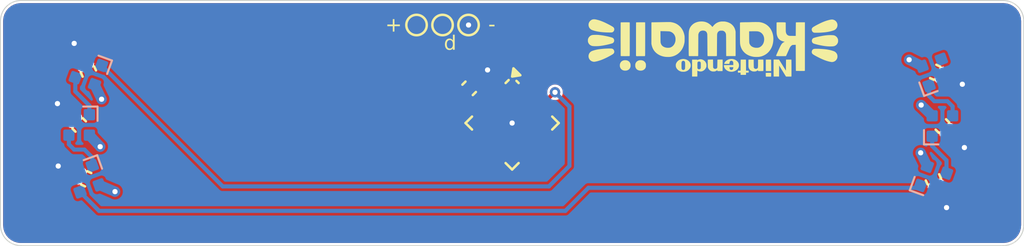
<source format=kicad_pcb>
(kicad_pcb
	(version 20241229)
	(generator "pcbnew")
	(generator_version "9.0")
	(general
		(thickness 0.4)
		(legacy_teardrops no)
	)
	(paper "A4")
	(layers
		(0 "F.Cu" signal)
		(2 "B.Cu" signal)
		(9 "F.Adhes" user "F.Adhesive")
		(11 "B.Adhes" user "B.Adhesive")
		(13 "F.Paste" user)
		(15 "B.Paste" user)
		(5 "F.SilkS" user "F.Silkscreen")
		(7 "B.SilkS" user "B.Silkscreen")
		(1 "F.Mask" user)
		(3 "B.Mask" user)
		(17 "Dwgs.User" user "User.Drawings")
		(19 "Cmts.User" user "User.Comments")
		(21 "Eco1.User" user "User.Eco1")
		(23 "Eco2.User" user "User.Eco2")
		(25 "Edge.Cuts" user)
		(27 "Margin" user)
		(31 "F.CrtYd" user "F.Courtyard")
		(29 "B.CrtYd" user "B.Courtyard")
		(35 "F.Fab" user)
		(33 "B.Fab" user)
		(39 "User.1" user)
		(41 "User.2" user)
		(43 "User.3" user)
		(45 "User.4" user)
	)
	(setup
		(stackup
			(layer "F.SilkS"
				(type "Top Silk Screen")
			)
			(layer "F.Paste"
				(type "Top Solder Paste")
			)
			(layer "F.Mask"
				(type "Top Solder Mask")
				(thickness 0.01)
			)
			(layer "F.Cu"
				(type "copper")
				(thickness 0.035)
			)
			(layer "dielectric 1"
				(type "core")
				(thickness 0.31)
				(material "FR4")
				(epsilon_r 4.5)
				(loss_tangent 0.02)
			)
			(layer "B.Cu"
				(type "copper")
				(thickness 0.035)
			)
			(layer "B.Mask"
				(type "Bottom Solder Mask")
				(thickness 0.01)
			)
			(layer "B.Paste"
				(type "Bottom Solder Paste")
			)
			(layer "B.SilkS"
				(type "Bottom Silk Screen")
			)
			(copper_finish "None")
			(dielectric_constraints no)
		)
		(pad_to_mask_clearance 0)
		(allow_soldermask_bridges_in_footprints no)
		(tenting front back)
		(grid_origin 119.199999 95.000001)
		(pcbplotparams
			(layerselection 0x00000000_00000000_55555555_5755f5ff)
			(plot_on_all_layers_selection 0x00000000_00000000_00000000_00000000)
			(disableapertmacros yes)
			(usegerberextensions no)
			(usegerberattributes yes)
			(usegerberadvancedattributes no)
			(creategerberjobfile no)
			(dashed_line_dash_ratio 12.000000)
			(dashed_line_gap_ratio 3.000000)
			(svgprecision 4)
			(plotframeref no)
			(mode 1)
			(useauxorigin no)
			(hpglpennumber 1)
			(hpglpenspeed 20)
			(hpglpendiameter 15.000000)
			(pdf_front_fp_property_popups yes)
			(pdf_back_fp_property_popups yes)
			(pdf_metadata yes)
			(pdf_single_document no)
			(dxfpolygonmode yes)
			(dxfimperialunits yes)
			(dxfusepcbnewfont yes)
			(psnegative no)
			(psa4output no)
			(plot_black_and_white yes)
			(plotinvisibletext no)
			(sketchpadsonfab no)
			(plotpadnumbers no)
			(hidednponfab no)
			(sketchdnponfab no)
			(crossoutdnponfab no)
			(subtractmaskfromsilk no)
			(outputformat 1)
			(mirror no)
			(drillshape 0)
			(scaleselection 1)
			(outputdirectory "gerbers/")
		)
	)
	(net 0 "")
	(net 1 "+VDD")
	(net 2 "GND")
	(net 3 "UPDI")
	(net 4 "unconnected-(U1-PB4-Pad10)")
	(net 5 "unconnected-(U1-PA3-Pad2)")
	(net 6 "unconnected-(U1-PA7-Pad8)")
	(net 7 "unconnected-(U1-PA4-Pad5)")
	(net 8 "unconnected-(U1-PC0-Pad15)")
	(net 9 "unconnected-(U1-PB1-Pad13)")
	(net 10 "unconnected-(U1-PA6-Pad7)")
	(net 11 "unconnected-(U1-PA1-Pad20)")
	(net 12 "unconnected-(U1-PA5-Pad6)")
	(net 13 "unconnected-(U1-PB3-Pad11)")
	(net 14 "unconnected-(U1-PB0-Pad14)")
	(net 15 "unconnected-(U1-PB2-Pad12)")
	(net 16 "unconnected-(U1-PC3-Pad18)")
	(net 17 "unconnected-(U1-PC1-Pad16)")
	(net 18 "ALED")
	(net 19 "unconnected-(U1-PB5-Pad9)")
	(net 20 "unconnected-(U1-PA2-Pad1)")
	(net 21 "Net-(D1-DOUT)")
	(net 22 "unconnected-(D6-DOUT-Pad3)")
	(net 23 "Net-(D2-DOUT)")
	(net 24 "Net-(D3-DOUT)")
	(net 25 "Net-(D4-DOUT)")
	(net 26 "Net-(D5-DOUT)")
	(footprint "SamacSys:TestPoint_Pad_D0.75mm" (layer "F.Cu") (at 139.529999 84.200001))
	(embedded_fonts no)
)
(footprint "SamacSys:TestPoint_Pad_D0.75mm" (layer "F.Cu") (at 142.069999 84.200001))
(embedded_fonts no)
)
(footprint "SamacSys:TestPoint_Pad_D0.75mm" (layer "F.Cu") (at 140.799999 84.200001))
(embedded_fonts no)
)
(footprint "Capacitor_SMD:C_0402_1005Metric" (layer "F.Cu") (at 123.384898 91.729431 155))
(footprint "Capacitor_SMD:C_0402_1005Metric" (layer "F.Cu") (at 164.873233 86.517099 -25))
(footprint "Capacitor_SMD:C_0402_1005Metric" (layer "F.Cu") (at 164.784946 91.755585 -65))
(footprint "Package_DFN_QFN:VQFN-20-1EP_3x3mm_P0.4mm_EP1.7x1.7mm" (layer "F.Cu") (at 144.2 89 -45))
(footprint "Capacitor_SMD:C_0402_1005Metric" (layer "F.Cu") (at 123.041726 89.092693 135))
(footprint "Capacitor_SMD:C_0402_1005Metric" (layer "F.Cu") (at 165.225912 89.144998 -45))
(footprint "Capacitor_SMD:C_0402_1005Metric" (layer "F.Cu") (at 123.49453 86.477458 115))
(footprint "Capacitor_SMD:C_0402_1005Metric" (layer "F.Cu") (at 142.099999 87.299999 45))
(footprint "SamacSys:sk68015-1515" (layer "B.Cu") (at 123.384898 91.729431 -160))
(footprint "SamacSys:sk68015-1515" (layer "B.Cu") (at 123.041726 89.092693 180))
(footprint "SamacSys:sk68015-1515" (layer "B.Cu") (at 164.784946 91.755585 -20))
(footprint "SamacSys:sk68015-1515" (layer "B.Cu") (at 165.225912 89.144998))
(footprint "SamacSys:sk68015-1515" (layer "B.Cu") (at 123.49453 86.477458 160))
(footprint "SamacSys:sk68015-1515" (layer "B.Cu") (at 164.873233 86.517099 20))
(gr_poly
	(pts
		(xy 157.647178 86.724658) (xy 157.607001 86.724027) (xy 157.594831 86.723462) (xy 157.586834 86.722693)
		(xy 157.582182 86.721695) (xy 157.58085 86.721101) (xy 157.580044 86.720439) (xy 157.577122 86.716135)
		(xy 157.570153 86.705181) (xy 157.541046 86.65844) (xy 157.48667 86.570443) (xy 157.400968 86.431417)
		(xy 157.329182 86.315268) (xy 157.260832 86.204441) (xy 157.248261 86.183782) (xy 157.246733 86.45355)
		(xy 157.245204 86.723319) (xy 157.112244 86.723319) (xy 156.979284 86.723319) (xy 156.976934 86.536869)
		(xy 156.975516 86.339108) (xy 156.975406 86.125465) (xy 156.975989 86.011651) (xy 156.976873 85.942279)
		(xy 156.978285 85.90699) (xy 156.979259 85.89889) (xy 156.98045 85.895426) (xy 156.980837 85.895006)
		(xy 156.981291 85.894609) (xy 156.981829 85.894236) (xy 156.982468 85.893886) (xy 156.983228 85.893559)
		(xy 156.984124 85.893253) (xy 156.985175 85.892969) (xy 156.986399 85.892706) (xy 156.987813 85.892463)
		(xy 156.989435 85.892239) (xy 156.991282 85.892035) (xy 156.993372 85.891849) (xy 156.995723 85.891681)
		(xy 156.998353 85.89153) (xy 157.004517 85.891278) (xy 157.012007 85.89109) (xy 157.020964 85.890959)
		(xy 157.031528 85.890881) (xy 157.043842 85.890853) (xy 157.058046 85.890869) (xy 157.074281 85.890925)
		(xy 157.113411 85.891138) (xy 157.242148 85.891932) (xy 157.297324 85.980572) (xy 157.445405 86.218987)
		(xy 157.558606 86.401301) (xy 157.578901 86.433845) (xy 157.580925 86.243889) (xy 157.582355 86.08663)
		(xy 157.582952 85.975285) (xy 157.582954 85.896637) (xy 157.589831 85.895221) (xy 157.601671 85.894499)
		(xy 157.627351 85.893787) (xy 157.702581 85.892595) (xy 157.780211 85.892046) (xy 157.808892 85.892139)
		(xy 157.824932 85.892543) (xy 157.824932 85.892542) (xy 157.826951 85.892704) (xy 157.828894 85.8929)
		(xy 157.830758 85.893128) (xy 157.832539 85.893387) (xy 157.834235 85.893678) (xy 157.835841 85.893998)
		(xy 157.837356 85.894348) (xy 157.838775 85.894726) (xy 157.840096 85.895131) (xy 157.841316 85.895563)
		(xy 157.842431 85.896021) (xy 157.843439 85.896503) (xy 157.844335 85.897009) (xy 157.845117 85.897538)
		(xy 157.845783 85.898089) (xy 157.846328 85.898662) (xy 157.848356 85.93595) (xy 157.849958 86.029839)
		(xy 157.851715 86.311737) (xy 157.85125 86.592997) (xy 157.850076 86.686089) (xy 157.848216 86.722262)
		(xy 157.84714 86.722516) (xy 157.844768 86.722763) (xy 157.83641 86.723233) (xy 157.823694 86.72366)
		(xy 157.807169 86.724035) (xy 157.764896 86.724585) (xy 157.713996 86.7248)
	)
	(stroke
		(width -0.000001)
		(type solid)
	)
	(fill yes)
	(layer "F.SilkS")
	(uuid "0f7790b2-af73-4662-b3b7-46acb3db4617")
)
(gr_poly
	(pts
		(xy 148.223245 85.235299) (xy 148.178526 85.232843) (xy 148.139703 85.228948) (xy 148.122964 85.226462)
		(xy 148.108252 85.22362) (xy 148.099409 85.221443) (xy 148.090438 85.21881) (xy 148.081381 85.215745)
		(xy 148.072279 85.21227) (xy 148.063172 85.208411) (xy 148.054102 85.204189) (xy 148.045109 85.199628)
		(xy 148.036235 85.194751) (xy 148.02752 85.189583) (xy 148.019005 85.184146) (xy 148.010731 85.178463)
		(xy 148.002739 85.172558) (xy 147.99507 85.166455) (xy 147.987764 85.160176) (xy 147.980864 85.153745)
		(xy 147.974408 85.147186) (xy 147.969515 85.141783) (xy 147.964643 85.13602) (xy 147.959818 85.129938)
		(xy 147.955062 85.123579) (xy 147.9504 85.116983) (xy 147.945856 85.110193) (xy 147.941455 85.103249)
		(xy 147.93722 85.096194) (xy 147.933176 85.089068) (xy 147.929347 85.081912) (xy 147.925756 85.074769)
		(xy 147.922429 85.067679) (xy 147.91939 85.060685) (xy 147.916661 85.053826) (xy 147.914269 85.047146)
		(xy 147.912236 85.040684) (xy 147.908616 85.028366) (xy 147.905537 85.018068) (xy 147.905263 85.0169)
		(xy 147.904996 85.015246) (xy 147.90449 85.010599) (xy 147.904032 85.004373) (xy 147.903632 84.996814)
		(xy 147.903302 84.988166) (xy 147.903052 84.978677) (xy 147.902894 84.968592) (xy 147.902839 84.958157)
		(xy 147.903052 84.937636) (xy 147.903633 84.9195) (xy 147.904033 84.911941) (xy 147.904491 84.905715)
		(xy 147.904996 84.901068) (xy 147.905537 84.898246) (xy 147.908596 84.887947) (xy 147.912163 84.87563)
		(xy 147.913705 84.870739) (xy 147.915656 84.865385) (xy 147.917973 84.859642) (xy 147.920617 84.853587)
		(xy 147.923544 84.847294) (xy 147.926714 84.84084) (xy 147.933613 84.827749) (xy 147.940983 84.814918)
		(xy 147.94474 84.80879) (xy 147.94849 84.802953) (xy 147.952191 84.797484) (xy 147.955801 84.792458)
		(xy 147.959279 84.787951) (xy 147.962584 84.784039) (xy 147.972146 84.773661) (xy 147.981743 84.763933)
		(xy 147.991398 84.75484) (xy 148.00114 84.746369) (xy 148.010994 84.738504) (xy 148.020985 84.73123)
		(xy 148.031141 84.724533) (xy 148.041488 84.718399) (xy 148.052051 84.712812) (xy 148.062856 84.707758)
		(xy 148.073931 84.703222) (xy 148.085301 84.69919) (xy 148.096991 84.695646) (xy 148.109029 84.692577)
		(xy 148.121441 84.689968) (xy 148.134252 84.687804) (xy 148.150276 84.6862) (xy 148.174787 84.68471)
		(xy 148.205335 84.6834) (xy 148.239469 84.682332) (xy 148.274738 84.681573) (xy 148.308691 84.681185)
		(xy 148.338877 84.681235) (xy 148.362846 84.681786) (xy 148.362845 84.681786) (xy 148.390057 84.683215)
		(xy 148.419589 84.685347) (xy 148.451101 84.688145) (xy 148.484254 84.69157) (xy 148.518707 84.695587)
		(xy 148.554121 84.700156) (xy 148.590157 84.705242) (xy 148.626475 84.710807) (xy 148.67695 84.719614)
		(xy 148.740886 84.731756) (xy 148.804161 84.744474) (xy 148.852659 84.755008) (xy 148.892394 84.764232)
		(xy 148.919071 84.770464) (xy 148.943266 84.776283) (xy 148.962466 84.781073) (xy 148.974157 84.784219)
		(xy 148.979529 84.785782) (xy 148.987369 84.788014) (xy 149.00625 84.793292) (xy 149.033771 84.800975)
		(xy 149.056109 84.807422) (xy 149.074052 84.812917) (xy 149.08839 84.817741) (xy 149.099911 84.822177)
		(xy 149.109403 84.826507) (xy 149.117655 84.831013) (xy 149.125456 84.835979) (xy 149.129173 84.83855)
		(xy 149.13268 84.841107) (xy 149.135994 84.843672) (xy 149.13913 84.846263) (xy 149.142107 84.848898)
		(xy 149.14494 84.851598) (xy 149.147645 84.854381) (xy 149.15024 84.857266) (xy 149.152741 84.860273)
		(xy 149.155164 84.863421) (xy 149.157525 84.866728) (xy 149.159843 84.870214) (xy 149.162132 84.873898)
		(xy 149.164409 84.877798) (xy 149.166692 84.881935) (xy 149.168995 84.886328) (xy 149.171981 84.892486)
		(xy 149.174685 84.898759) (xy 149.177107 84.905137) (xy 149.179245 84.911611) (xy 149.181099 84.918171)
		(xy 149.182666 84.924808) (xy 149.183946 84.931511) (xy 149.184938 84.938273) (xy 149.185641 84.945083)
		(xy 149.186052 84.951932) (xy 149.186172 84.95881) (xy 149.185999 84.965707) (xy 149.185531 84.972615)
		(xy 149.184768 84.979524) (xy 149.183708 84.986425) (xy 149.182351 84.993307) (xy 149.181319 84.997839)
		(xy 149.180264 85.00212) (xy 149.179173 85.006178) (xy 149.178036 85.010038) (xy 149.176839 85.013727)
		(xy 149.175572 85.01727) (xy 149.174221 85.020694) (xy 149.172776 85.024024) (xy 149.171224 85.027288)
		(xy 149.169554 85.030511) (xy 149.167753 85.033718) (xy 149.16581 85.036937) (xy 149.163713 85.040194)
		(xy 149.16145 85.043514) (xy 149.159009 85.046923) (xy 149.156379 85.050449) (xy 149.152458 85.055421)
		(xy 149.148459 85.06011) (xy 149.144358 85.064532) (xy 149.140128 85.068703) (xy 149.135747 85.072638)
		(xy 149.131188 85.076352) (xy 149.126428 85.079862) (xy 149.121441 85.083183) (xy 149.116204 85.086331)
		(xy 149.11069 85.089321) (xy 149.104877 85.092169) (xy 149.098738 85.094891) (xy 149.092249 85.097501)
		(xy 149.085386 85.100016) (xy 149.078124 85.102452) (xy 149.070438 85.104824) (xy 149.01825 85.11995)
		(xy 148.96908 85.133339) (xy 148.916718 85.146621) (xy 148.85495 85.161429) (xy 148.80973 85.171345)
		(xy 148.751882 85.183106) (xy 148.693607 85.194298) (xy 148.647104 85.202511) (xy 148.627056 85.205798)
		(xy 148.608898 85.208837) (xy 148.583725 85.212747) (xy 148.55095 85.21733) (xy 148.51582 85.22188)
		(xy 148.483585 85.22569) (xy 148.431541 85.230557) (xy 148.378008 85.233943) (xy 148.324463 85.235857)
		(xy 148.272383 85.236306)
	)
	(stroke
		(width -0.000001)
		(type solid)
	)
	(fill yes)
	(layer "F.SilkS")
	(uuid "14dc0b79-87e5-4be0-b018-362d0d5c2b3b")
)
(gr_poly
	(pts
		(xy 159.007097 84.577589) (xy 158.986905 84.576784) (xy 158.974963 84.575846) (xy 158.96514 84.574911)
		(xy 158.957001 84.573889) (xy 158.953429 84.573317) (xy 158.950115 84.572691) (xy 158.947006 84.571998)
		(xy 158.944047 84.571228) (xy 158.941185 84.570369) (xy 158.938365 84.569411) (xy 158.935533 84.568342)
		(xy 158.932634 84.567152) (xy 158.926423 84.564361) (xy 158.921677 84.56199) (xy 158.916898 84.559312)
		(xy 158.912114 84.556352) (xy 158.907349 84.553135) (xy 158.902631 84.549685) (xy 158.897985 84.546026)
		(xy 158.893438 84.542183) (xy 158.889016 84.53818) (xy 158.884745 84.534043) (xy 158.880652 84.529796)
		(xy 158.876762 84.525463) (xy 158.873103 84.521069) (xy 158.869699 84.516638) (xy 158.866578 84.512196)
		(xy 158.863765 84.507766) (xy 158.861288 84.503373) (xy 158.85942 84.499579) (xy 158.857515 84.495242)
		(xy 158.855596 84.490443) (xy 158.853683 84.485263) (xy 158.849968 84.47408) (xy 158.846546 84.46234)
		(xy 158.843593 84.450688) (xy 158.841285 84.439769) (xy 158.840427 84.434787) (xy 158.839797 84.43023)
		(xy 158.839416 84.42618) (xy 158.839307 84.422717) (xy 158.839424 84.419356) (xy 158.839704 84.415758)
		(xy 158.840138 84.411953) (xy 158.840717 84.407974) (xy 158.841433 84.403853) (xy 158.842279 84.399622)
		(xy 158.843245 84.395314) (xy 158.844323 84.390959) (xy 158.845505 84.386591) (xy 158.846783 84.382241)
		(xy 158.848148 84.377942) (xy 158.849592 84.373724) (xy 158.851107 84.369622) (xy 158.852684 84.365666)
		(xy 158.854315 84.361888) (xy 158.855992 84.358322) (xy 158.858013 84.354537) (xy 158.860422 84.350594)
		(xy 158.863186 84.346525) (xy 158.866274 84.34236) (xy 158.869656 84.338133) (xy 158.873299 84.333873)
		(xy 158.877172 84.329614) (xy 158.881244 84.325387) (xy 158.885484 84.321223) (xy 158.889859 84.317154)
		(xy 158.89434 84.313213) (xy 158.898893 84.30943) (xy 158.903488 84.305837) (xy 158.908094 84.302466)
		(xy 158.912679 84.299349) (xy 158.917211 84.296517) (xy 158.937218 84.284473) (xy 158.963954 84.268244)
		(xy 158.976298 84.260785) (xy 158.986597 84.254677) (xy 158.993776 84.25055) (xy 158.995859 84.249427)
		(xy 158.996759 84.249035) (xy 158.996992 84.248971) (xy 158.997422 84.248785) (xy 158.998829 84.24807)
		(xy 159.000892 84.246939) (xy 159.003525 84.245443) (xy 159.006641 84.243632) (xy 159.010151 84.241555)
		(xy 159.013969 84.239264) (xy 159.018008 84.236808) (xy 159.025871 84.232061) (xy 159.032513 84.228174)
		(xy 159.035158 84.226678) (xy 159.037235 84.225547) (xy 159.038656 84.224832) (xy 159.039094 84.224646)
		(xy 159.039336 84.224582) (xy 159.039671 84.224473) (xy 159.040385 84.224151) (xy 159.04287 84.222916)
		(xy 159.046628 84.220964) (xy 159.051496 84.218381) (xy 159.063917 84.211669) (xy 159.078837 84.203472)
		(xy 159.127648 84.177929) (xy 159.200616 84.140928) (xy 159.267589 84.107619) (xy 159.289405 84.097083)
		(xy 159.298417 84.09315) (xy 159.298735 84.093079) (xy 159.299342 84.092869) (xy 159.301358 84.092065)
		(xy 159.304338 84.090793) (xy 159.308157 84.08911) (xy 159.312687 84.087072) (xy 159.317803 84.084736)
		(xy 159.329283 84.079396) (xy 159.340761 84.074055) (xy 159.350401 84.069681) (xy 159.357191 84.066726)
		(xy 159.359201 84.065922) (xy 159.360119 84.065641) (xy 159.360381 84.065596) (xy 159.360831 84.065464)
		(xy 159.362253 84.064958) (xy 159.364298 84.064158) (xy 159.366882 84.063098) (xy 159.369919 84.061816)
		(xy 159.373324 84.060346) (xy 159.377012 84.058724) (xy 159.380898 84.056985) (xy 159.403862 84.047017)
		(xy 159.430006 84.036354) (xy 159.458431 84.025321) (xy 159.48824 84.014247) (xy 159.518533 84.003457)
		(xy 159.548412 83.993278) (xy 159.576981 83.984037) (xy 159.603339 83.976062) (xy 159.641071 83.965437)
		(xy 159.675969 83.956265) (xy 159.708063 83.948539) (xy 159.737381 83.942253) (xy 159.763956 83.937402)
		(xy 159.787816 83.933978) (xy 159.808992 83.931978) (xy 159.827513 83.931393) (xy 159.840996 83.931565)
		(xy 159.852498 83.931851) (xy 159.860797 83.932213) (xy 159.863365 83.932411) (xy 159.864675 83.932614)
		(xy 159.864675 83.932616) (xy 159.865739 83.932917) (xy 159.867604 83.933398) (xy 159.873321 83.9348)
		(xy 159.881001 83.936624) (xy 159.889818 83.938672) (xy 159.898706 83.94087) (xy 159.907427 83.943342)
		(xy 159.915988 83.946091) (xy 159.924394 83.94912) (xy 159.932652 83.952434) (xy 159.940768 83.956035)
		(xy 159.948748 83.959927) (xy 159.956598 83.964113) (xy 159.964325 83.968597) (xy 159.971934 83.973383)
		(xy 159.979433 83.978473) (xy 159.986826 83.983871) (xy 159.99412 83.98958) (xy 160.001322 83.995605)
		(xy 160.008437 84.001948) (xy 160.015472 84.008613) (xy 160.027249 84.020849) (xy 160.038192 84.033738)
		(xy 160.048285 84.047225) (xy 160.057509 84.061255) (xy 160.065847 84.075775) (xy 160.073281 84.09073)
		(xy 160.079795 84.106065) (xy 160.08537 84.121727) (xy 160.089989 84.137662) (xy 160.093634 84.153814)
		(xy 160.096289 84.17013) (xy 160.097934 84.186555) (xy 160.098554 84.203036) (xy 160.09813 84.219517)
		(xy 160.096645 84.235944) (xy 160.094081 84.252264) (xy 160.091878 84.262922) (xy 160.089413 84.273226)
		(xy 160.086672 84.283202) (xy 160.083641 84.292873) (xy 160.080308 84.302265) (xy 160.07666 84.311402)
		(xy 160.072684 84.32031) (xy 160.068367 84.329014) (xy 160.063696 84.337538) (xy 160.058657 84.345907)
		(xy 160.053239 84.354146) (xy 160.047427 84.36228) (xy 160.041209 84.370335) (xy 160.034573 84.378334)
		(xy 160.027504 84.386303) (xy 160.01999 84.394267) (xy 160.013014 84.401293) (xy 160.006185 84.407834)
		(xy 159.99943 84.413931) (xy 159.992674 84.419628) (xy 159.985843 84.424968) (xy 159.978865 84.429992)
		(xy 159.971664 84.434744) (xy 159.964166 84.439266) (xy 159.956299 84.4436) (xy 159.947988 84.44779)
		(xy 159.93916 84.451877) (xy 159.92974 84.455904) (xy 159.919654 84.459915) (xy 159.908829 84.463951)
		(xy 159.897191 84.468055) (xy 159.884666 84.472269) (xy 159.847202 84.484253) (xy 159.810777 84.495131)
		(xy 159.77501 84.504997) (xy 159.739518 84.513943) (xy 159.703917 84.522059) (xy 159.667826 84.529438)
		(xy 159.630861 84.536172) (xy 159.592641 84.542353) (xy 159.566901 84.546252) (xy 159.549508 84.548799)
		(xy 159.534578 84.550824) (xy 159.516227 84.553162) (xy 159.503189 84.554833) (xy 159.493303 84.556149)
		(xy 159.488648 84.556721) (xy 159.481621 84.557493) (xy 159.473176 84.558365) (xy 159.464265 84.559233)
		(xy 159.446012 84.560995) (xy 159.432172 84.562395) (xy 159.35849 84.568086) (xy 159.268646 84.574359)
		(xy 159.241752 84.575569) (xy 159.205809 84.576578) (xy 159.120116 84.577874) (xy 159.038253 84.57802)
	)
	(stroke
		(width -0.000001)
		(type solid)
	)
	(fill yes)
	(layer "F.SilkS")
	(uuid "188166b2-5250-4942-9970-31e82af1dd82")
)
(gr_poly
	(pts
		(xy 152.992755 86.310871) (xy 152.99291 85.981178) (xy 152.993962 85.915515) (xy 152.99478 85.900922)
		(xy 152.995811 85.89599) (xy 152.999687 85.895265) (xy 153.008377 85.89466) (xy 153.037429 85.893801)
		(xy 153.122862 85.893395) (xy 153.207852 85.894572) (xy 153.23635 85.895692) (xy 153.24468 85.896373)
		(xy 153.24814 85.897132) (xy 153.248328 85.897331) (xy 153.248514 85.897551) (xy 153.248877 85.898048)
		(xy 153.249228 85.898617) (xy 153.249565 85.899251) (xy 153.249885 85.899944) (xy 153.250188 85.900689)
		(xy 153.25047 85.901479) (xy 153.250731 85.90231) (xy 153.250968 85.903173) (xy 153.25118 85.904063)
		(xy 153.251364 85.904974) (xy 153.251519 85.905898) (xy 153.251643 85.90683) (xy 153.251734 85.907763)
		(xy 153.25179 85.908691) (xy 153.251809 85.909607) (xy 153.251809 85.918415) (xy 153.262272 85.911948)
		(xy 153.26742 85.909038) (xy 153.273443 85.906106) (xy 153.280246 85.903179) (xy 153.287737 85.90028)
		(xy 153.29582 85.897433) (xy 153.304402 85.894665) (xy 153.313389 85.891999) (xy 153.322687 85.88946)
		(xy 153.332202 85.887072) (xy 153.34184 85.88486) (xy 153.351508 85.882849) (xy 153.36111 85.881063)
		(xy 153.370554 85.879527) (xy 153.379746 85.878266) (xy 153.388591 85.877304) (xy 153.396995 85.876665)
		(xy 153.403737 85.876388) (xy 153.410276 85.876363) (xy 153.413524 85.876451) (xy 153.416787 85.876608)
		(xy 153.420087 85.876837) (xy 153.423445 85.87714) (xy 153.426885 85.87752) (xy 153.430428 85.877978)
		(xy 153.43791 85.879139) (xy 153.446067 85.88064) (xy 153.455076 85.882501) (xy 153.455077 85.8825)
		(xy 153.464493 85.884637) (xy 153.473612 85.886933) (xy 153.482465 85.889404) (xy 153.491081 85.892062)
		(xy 153.499494 85.894924) (xy 153.507732 85.898001) (xy 153.515827 85.901311) (xy 153.523809 85.904865)
		(xy 153.53171 85.908679) (xy 153.539561 85.912767) (xy 153.547391 85.917144) (xy 153.555233 85.921823)
		(xy 153.563116 85.926819) (xy 153.571071 85.932146) (xy 153.57913 85.937818) (xy 153.587324 85.943851)
		(xy 153.595326 85.950166) (xy 153.60315 85.95694) (xy 153.610783 85.964158) (xy 153.618216 85.971803)
		(xy 153.625438 85.979861) (xy 153.632439 85.988316) (xy 153.639206 85.997152) (xy 153.645731 86.006354)
		(xy 153.652003 86.015907) (xy 153.65801 86.025794) (xy 153.663743 86.036) (xy 153.66919 86.04651)
		(xy 153.674342 86.057308) (xy 153.679187 86.068378) (xy 153.683715 86.079706) (xy 153.687916 86.091276)
		(xy 153.689238 86.095171) (xy 153.690416 86.098817) (xy 153.69146 86.102297) (xy 153.69238 86.105694)
		(xy 153.693186 86.109095) (xy 153.693889 86.112581) (xy 153.694498 86.116239) (xy 153.695024 86.120151)
		(xy 153.695476 86.124403) (xy 153.695865 86.129078) (xy 153.6962 86.13426) (xy 153.696492 86.140034)
		(xy 153.696987 86.153694) (xy 153.69743 86.170731) (xy 153.697755 86.192284) (xy 153.69771 86.201647)
		(xy 153.697497 86.210226) (xy 153.697262 86.214836) (xy 153.41968 86.214836) (xy 153.419629 86.189892)
		(xy 153.419434 86.161672) (xy 153.418711 86.095115) (xy 153.41825 86.07383) (xy 153.41761 86.058659)
		(xy 153.416705 86.048189) (xy 153.41545 86.04101) (xy 153.413759 86.03571) (xy 153.411549 86.030876)
		(xy 153.409838 86.027589) (xy 153.407993 86.024388) (xy 153.40602 86.021283) (xy 153.403929 86.01828)
		(xy 153.401726 86.015388) (xy 153.399421 86.012615) (xy 153.397021 86.009967) (xy 153.394534 86.007454)
		(xy 153.391969 86.005082) (xy 153.389333 86.002859) (xy 153.386635 86.000794) (xy 153.383882 85.998895)
		(xy 153.381083 85.997167) (xy 153.378245 85.995621) (xy 153.375377 85.994263) (xy 153.372487 85.993101)
		(xy 153.371051 85.992624) (xy 153.369405 85.992163) (xy 153.367564 85.99172) (xy 153.365542 85.991297)
		(xy 153.363356 85.990897) (xy 153.361019 85.99052) (xy 153.355954 85.989843) (xy 153.350467 85.989282)
		(xy 153.344679 85.988851) (xy 153.338708 85.988563) (xy 153.332675 85.988432) (xy 153.323959 85.988409)
		(xy 153.320288 85.988455) (xy 153.317004 85.988554) (xy 153.314055 85.988718) (xy 153.311388 85.988959)
		(xy 153.30895 85.989289) (xy 153.306688 85.989718) (xy 153.30455 85.990259) (xy 153.302482 85.990924)
		(xy 153.300433 85.991723) (xy 153.298348 85.992669) (xy 153.296175 85.993773) (xy 153.293862 85.995047)
		(xy 153.288604 85.998151) (xy 153.288603 85.998151) (xy 153.282673 86.00183) (xy 153.279981 86.003617)
		(xy 153.277462 86.005411) (xy 153.27511 86.007243) (xy 153.272921 86.009147) (xy 153.270887 86.011152)
		(xy 153.269004 86.01329) (xy 153.267265 86.015594) (xy 153.265665 86.018095) (xy 153.264197 86.020824)
		(xy 153.262856 86.023813) (xy 153.261635 86.027094) (xy 153.26053 86.030698) (xy 153.259534 86.034657)
		(xy 153.258641 86.039002) (xy 153.257845 86.043766) (xy 153.257141 86.048979) (xy 153.256523 86.054674)
		(xy 153.255985 86.060882) (xy 153.25552 86.067634) (xy 153.255124 86.074962) (xy 153.25479 86.082899)
		(xy 153.254512 86.091474) (xy 153.254103 86.11067) (xy 153.253849 86.132804) (xy 153.253703 86.158127)
		(xy 153.253619 86.186893) (xy 153.253577 86.25799) (xy 153.253789 86.280452) (xy 153.254254 86.296238)
		(xy 153.255044 86.306883) (xy 153.256233 86.313921) (xy 153.257893 86.318889) (xy 153.260098 86.323321)
		(xy 153.261639 86.326064) (xy 153.263325 86.328813) (xy 153.265142 86.331551) (xy 153.267076 86.334263)
		(xy 153.269112 86.336935) (xy 153.271236 86.339552) (xy 153.273433 86.342097) (xy 153.27569 86.344557)
		(xy 153.277992 86.346915) (xy 153.280325 86.349157) (xy 153.282674 86.351268) (xy 153.285025 86.353232)
		(xy 153.287364 86.355034) (xy 153.289676 86.35666) (xy 153.291947 86.358093) (xy 153.294163 86.35932)
		(xy 153.298276 86.361162) (xy 153.302803 86.362707) (xy 153.307695 86.363958) (xy 153.312903 86.364916)
		(xy 153.318381 86.365585) (xy 153.324079 86.365966) (xy 153.329949 86.366063) (xy 153.335945 86.365878)
		(xy 153.342017 86.365414) (xy 153.348117 86.364674) (xy 153.354198 86.363659) (xy 153.360211 86.362372)
		(xy 153.366109 86.360817) (xy 153.371842 86.358995) (xy 153.377364 86.356909) (xy 153.382625 86.354563)
		(xy 153.384299 86.353715) (xy 153.385935 86.352809) (xy 153.387533 86.351847) (xy 153.389092 86.350828)
		(xy 153.390613 86.349753) (xy 153.392096 86.348621) (xy 153.39354 86.347433) (xy 153.394946 86.346188)
		(xy 153.396313 86.344887) (xy 153.397641 86.34353) (xy 153.39893 86.342117) (xy 153.400181 86.340649)
		(xy 153.401393 86.339125) (xy 153.402565 86.337545) (xy 153.403698 86.33591) (xy 153.404793 86.334219)
		(xy 153.405847 86.332474) (xy 153.406863 86.330673) (xy 153.407839 86.328818) (xy 153.408776 86.326908)
		(xy 153.41053 86.322923) (xy 153.412125 86.318722) (xy 153.41356 86.314303) (xy 153.414836 86.30967)
		(xy 153.41595 86.304821) (xy 153.416903 86.299759) (xy 153.41734 86.296705) (xy 153.41774 86.29295)
		(xy 153.418425 86.283299) (xy 153.418961 86.270735) (xy 153.419347 86.255185) (xy 153.419587 86.236576)
		(xy 153.41968 86.214836) (xy 153.697262 86.214836) (xy 153.697093 86.218141) (xy 153.696474 86.22551)
		(xy 153.695619 86.232453) (xy 153.694503 86.239088) (xy 153.693105 86.245536) (xy 153.691401 86.251914)
		(xy 153.689368 86.258342) (xy 153.686983 86.264939) (xy 153.684225 86.271825) (xy 153.681069 86.279117)
		(xy 153.673473 86.295401) (xy 153.668402 86.305509) (xy 153.663026 86.315398) (xy 153.657352 86.32506)
		(xy 153.651384 86.33449) (xy 153.64513 86.343681) (xy 153.638594 86.352626) (xy 153.631782 86.361318)
		(xy 153.6247 86.36975) (xy 153.617355 86.377917) (xy 153.609751 86.38581) (xy 153.601895 86.393424)
		(xy 153.593792 86.400753) (xy 153.585449 86.407788) (xy 153.57687 86.414524) (xy 153.568063 86.420953)
		(xy 153.559031 86.42707) (xy 153.549062 86.433383) (xy 153.539256 86.439212) (xy 153.529581 86.444566)
		(xy 153.520007 86.449454) (xy 153.510502 86.453888) (xy 153.501035 86.457875) (xy 153.491574 86.461426)
		(xy 153.482089 86.46455) (xy 153.472549 86.467257) (xy 153.462921 86.469557) (xy 153.453175 86.471458)
		(xy 153.44328 86.472971) (xy 153.433205 86.474104) (xy 153.422917 86.474869) (xy 153.412387 86.475273)
		(xy 153.401582 86.475327) (xy 153.393156 86.475141) (xy 153.384907 86.474764) (xy 153.376817 86.474192)
		(xy 153.368869 86.473421) (xy 153.361044 86.472446) (xy 153.353324 86.471263) (xy 153.34569 86.469868)
		(xy 153.338126 86.468258) (xy 153.330613 86.466428) (xy 153.323133 86.464374) (xy 153.315667 86.462091)
		(xy 153.308198 86.459576) (xy 153.300708 86.456824) (xy 153.293178 86.453832) (xy 153.28559 86.450595)
		(xy 153.277927 86.447109) (xy 153.251811 86.434871) (xy 153.251631 86.566869) (xy 153.251392 86.619086)
		(xy 153.25087 86.663684) (xy 153.250143 86.69593) (xy 153.249726 86.705943) (xy 153.249287 86.711093)
		(xy 153.247118 86.723319) (xy 153.120323 86.723319) (xy 152.993528 86.723319)
	)
	(stroke
		(width -0.000001)
		(type solid)
	)
	(fill yes)
	(layer "F.SilkS")
	(uuid "38c5137a-23a8-49d4-a812-624217f8a17d")
)
(gr_poly
	(pts
		(xy 151.788765 85.763691) (xy 151.758465 85.762719) (xy 151.729584 85.76131) (xy 151.703672 85.759501)
		(xy 151.682277 85.75733) (xy 151.632651 85.749748) (xy 151.584216 85.739658) (xy 151.537071 85.727125)
		(xy 151.491314 85.712212) (xy 151.447044 85.694983) (xy 151.40436 85.675502) (xy 151.363361 85.653834)
		(xy 151.324145 85.630042) (xy 151.28681 85.60419) (xy 151.251456 85.576342) (xy 151.218182 85.546563)
		(xy 151.187085 85.514916) (xy 151.158264 85.481465) (xy 151.131819 85.446275) (xy 151.107848 85.409408)
		(xy 151.08645 85.37093) (xy 151.073998 85.345572) (xy 151.062675 85.320333) (xy 151.052379 85.294919)
		(xy 151.043009 85.26903) (xy 151.034464 85.242371) (xy 151.026642 85.214642) (xy 151.019442 85.185548)
		(xy 151.012763 85.154791) (xy 151.005189 85.117598) (xy 151.005983 84.601013) (xy 151.006776 84.084428)
		(xy 151.013215 84.075799) (xy 151.019653 84.067169) (xy 151.18591 84.065003) (xy 151.367526 84.062084)
		(xy 151.570711 84.058109) (xy 151.724946 84.05516) (xy 151.835762 84.053991) (xy 151.908424 84.054585)
		(xy 151.932092 84.055538) (xy 151.948195 84.056926) (xy 151.948189 84.056926) (xy 151.963597 84.059181)
		(xy 151.981455 84.062272) (xy 152.00096 84.066023) (xy 152.021307 84.070263) (xy 152.041693 84.074817)
		(xy 152.061313 84.079511) (xy 152.079365 84.084173) (xy 152.095043 84.088629) (xy 152.12154 84.097057)
		(xy 152.146664 84.105954) (xy 152.170671 84.11544) (xy 152.193816 84.125632) (xy 152.216354 84.13665)
		(xy 152.238541 84.148612) (xy 152.260632 84.161636) (xy 152.282882 84.175841) (xy 152.314874 84.198203)
		(xy 152.345454 84.222004) (xy 152.374608 84.24722) (xy 152.402323 84.273829) (xy 152.428585 84.30181)
		(xy 152.453377 84.33114) (xy 152.476688 84.361797) (xy 152.498501 84.393759) (xy 152.518803 84.427004)
		(xy 152.537579 84.461508) (xy 152.554816 84.497252) (xy 152.570498 84.534211) (xy 152.584612 84.572364)
		(xy 152.597143 84.611689) (xy 152.608077 84.652163) (xy 152.617399 84.693765) (xy 152.621352 84.713804)
		(xy 152.622965 84.722627) (xy 152.624358 84.730987) (xy 152.625546 84.739133) (xy 152.626544 84.747317)
		(xy 152.62737 84.755789) (xy 152.628038 84.764799) (xy 152.628566 84.774598) (xy 152.628968 84.785437)
		(xy 152.62946 84.811235) (xy 152.629641 84.844197) (xy 152.629641 84.886328) (xy 152.629626 84.891559)
		(xy 152.184713 84.891559) (xy 152.184236 84.869203) (xy 152.182969 84.848786) (xy 152.182031 84.839618)
		(xy 152.180884 84.83131) (xy 152.177857 84.814372) (xy 152.17424 84.797742) (xy 152.170041 84.781436)
		(xy 152.165268 84.765468) (xy 152.159929 84.749853) (xy 152.154031 84.734607) (xy 152.147582 84.719744)
		(xy 152.14059 84.705281) (xy 152.133062 84.691232) (xy 152.125006 84.677612) (xy 152.116431 84.664436)
		(xy 152.107343 84.651721) (xy 152.09775 84.63948) (xy 152.08766 84.627729) (xy 152.077082 84.616483)
		(xy 152.066021 84.605757) (xy 152.055929 84.59674) (xy 152.045559 84.588114) (xy 152.034931 84.579888)
		(xy 152.024063 84.572072) (xy 152.012973 84.564675) (xy 152.001681 84.557707) (xy 151.990206 84.551176)
		(xy 151.978565 84.545093) (xy 151.966778 84.539466) (xy 151.954864 84.534305) (xy 151.942841 84.529619)
		(xy 151.930727 84.525418) (xy 151.918543 84.521711) (xy 151.906306 84.518507) (xy 151.894035 84.515816)
		(xy 151.881749 84.513647) (xy 151.865789 84.512002) (xy 151.839393 84.510236) (xy 151.763612 84.506672)
		(xy 151.671049 84.50361) (xy 151.578346 84.501704) (xy 151.487146 84.500358) (xy 151.447908 84.49967)
		(xy 151.449408 84.75566) (xy 151.450631 84.90886) (xy 151.452617 85.00059) (xy 151.454154 85.030075)
		(xy 151.456192 85.052197) (xy 151.458835 85.069625) (xy 151.462185 85.085028) (xy 151.46346 85.089793)
		(xy 151.465054 85.095012) (xy 151.469073 85.106532) (xy 151.473986 85.11902) (xy 151.47954 85.13191)
		(xy 151.48548 85.144633) (xy 151.491552 85.156623) (xy 151.4975 85.167313) (xy 151.500349 85.171993)
		(xy 151.503071 85.176135) (xy 151.512109 85.188484) (xy 151.521871 85.200318) (xy 151.532345 85.211629)
		(xy 151.54352 85.222411) (xy 151.555384 85.232658) (xy 151.567926 85.242362) (xy 151.581135 85.251517)
		(xy 151.594998 85.260116) (xy 151.609506 85.268153) (xy 151.624645 85.27562) (xy 151.640405 85.282512)
		(xy 151.656775 85.288821) (xy 151.673742 85.29454) (xy 151.691296 85.299663) (xy 151.709425 85.304184)
		(xy 151.728117 85.308095) (xy 151.739423 85.310006) (xy 151.751493 85.311609) (xy 151.764188 85.312907)
		(xy 151.777368 85.313904) (xy 151.804619 85.315006) (xy 151.832123 85.314942) (xy 151.858757 85.313737)
		(xy 151.871397 85.312715) (xy 151.883398 85.311418) (xy 151.89462 85.309849) (xy 151.904923 85.308012)
		(xy 151.914166 85.305909) (xy 151.922209 85.303544) (xy 151.9461 85.294575) (xy 151.969027 85.284123)
		(xy 151.990969 85.272216) (xy 152.011903 85.258881) (xy 152.031805 85.244144) (xy 152.050654 85.228033)
		(xy 152.068427 85.210576) (xy 152.0851 85.1918) (xy 152.100653 85.171731) (xy 152.115061 85.150398)
		(xy 152.128303 85.127827) (xy 152.140356 85.104045) (xy 152.151197 85.079081) (xy 152.160804 85.05296)
		(xy 152.169154 85.025711) (xy 152.176224 84.99736) (xy 152.177831 84.989294) (xy 152.179278 84.980336)
		(xy 152.181682 84.960242) (xy 152.183407 84.93808) (xy 152.184427 84.914852) (xy 152.184713 84.891559)
		(xy 152.629626 84.891559) (xy 152.629507 84.932396) (xy 152.629064 84.968963) (xy 152.628078 84.998469)
		(xy 152.626317 85.023355) (xy 152.625074 85.034828) (xy 152.62355 85.046061) (xy 152.619543 85.069027)
		(xy 152.614064 85.094693) (xy 152.606881 85.125499) (xy 152.598266 85.159149) (xy 152.588566 85.192092)
		(xy 152.577802 85.224309) (xy 152.565994 85.255783) (xy 152.553163 85.286495) (xy 152.539328 85.316429)
		(xy 152.524509 85.345565) (xy 152.508728 85.373886) (xy 152.492002 85.401375) (xy 152.474354 85.428012)
		(xy 152.455802 85.45378) (xy 152.436367 85.478662) (xy 152.41607 85.502639) (xy 152.394929 85.525693)
		(xy 152.372966 85.547807) (xy 152.3502 85.568962) (xy 152.326651 85.58914) (xy 152.30234 85.608324)
		(xy 152.277286 85.626496) (xy 152.25151 85.643638) (xy 152.225032 85.659731) (xy 152.197872 85.674759)
		(xy 152.17005 85.688702) (xy 152.141585 85.701543) (xy 152.112499 85.713265) (xy 152.082811 85.723848)
		(xy 152.052542 85.733276) (xy 152.02171 85.74153) (xy 151.990338 85.748593) (xy 151.958444 85.754446)
		(xy 151.926048 85.759071) (xy 151.893171 85.762451) (xy 151.872687 85.763605) (xy 151.847425 85.764171)
		(xy 151.818935 85.764187)
	)
	(stroke
		(width -0.000001)
		(type solid)
	)
	(fill yes)
	(layer "F.SilkS")
	(uuid "40977ba7-6564-4279-b9fa-e1fbd29e08b1")
)
(gr_poly
	(pts
		(xy 153.797264 85.724514) (xy 153.774994 85.72381) (xy 153.770139 85.723207) (xy 153.765899 85.722588)
		(xy 153.763995 85.722227) (xy 153.762229 85.72181) (xy 153.760594 85.721318) (xy 153.759085 85.720733)
		(xy 153.757695 85.720039) (xy 153.756419 85.719217) (xy 153.755252 85.71825) (xy 153.754188 85.71712)
		(xy 153.753221 85.71581) (xy 153.752345 85.714302) (xy 153.751555 85.712578) (xy 153.750845 85.710621)
		(xy 153.75021 85.708414) (xy 153.749643 85.705938) (xy 153.749139 85.703177) (xy 153.748693 85.700111)
		(xy 153.748298 85.696725) (xy 153.747949 85.693) (xy 153.74764 85.688919) (xy 153.747366 85.684463)
		(xy 153.746898 85.67436) (xy 153.746501 85.662551) (xy 153.745734 85.633247) (xy 153.743554 85.445605)
		(xy 153.741051 85.103343) (xy 153.739218 84.82173) (xy 153.736684 84.680078) (xy 153.734447 84.644167)
		(xy 153.731186 84.622164) (xy 153.726618 84.607039) (xy 153.720461 84.591764) (xy 153.714487 84.577902)
		(xy 153.7113 84.571334) (xy 153.707973 84.565004) (xy 153.704504 84.558909) (xy 153.700887 84.553047)
		(xy 153.697119 84.547415) (xy 153.693195 84.542011) (xy 153.689112 84.53683) (xy 153.684865 84.531871)
		(xy 153.68045 84.527132) (xy 153.675862 84.522608) (xy 153.671099 84.518298) (xy 153.666155 84.514199)
		(xy 153.661027 84.510308) (xy 153.65571 84.506622) (xy 153.6502 84.503139) (xy 153.644494 84.499855)
		(xy 153.638586 84.496769) (xy 153.632474 84.493877) (xy 153.626152 84.491176) (xy 153.619617 84.488664)
		(xy 153.612864 84.486339) (xy 153.605889 84.484197) (xy 153.598689 84.482235) (xy 153.591258 84.480452)
		(xy 153.575691 84.477407) (xy 153.559154 84.475042) (xy 153.541615 84.473333) (xy 153.532807 84.472854)
		(xy 153.523737 84.472742) (xy 153.514459 84.472986) (xy 153.505024 84.473574) (xy 153.495484 84.474496)
		(xy 153.485892 84.475741) (xy 153.476299 84.477297) (xy 153.466757 84.479154) (xy 153.457319 84.481301)
		(xy 153.448037 84.483727) (xy 153.438962 84.486421) (xy 153.430147 84.489371) (xy 153.421643 84.492568)
		(xy 153.413504 84.495999) (xy 153.40578 84.499654) (xy 153.398524 84.503522) (xy 153.393896 84.506314)
		(xy 153.389161 84.509492) (xy 153.384353 84.513021) (xy 153.379507 84.516865) (xy 153.374656 84.520988)
		(xy 153.369834 84.525354) (xy 153.365075 84.529929) (xy 153.360414 84.534675) (xy 153.355885 84.539558)
		(xy 153.351521 84.544541) (xy 153.347357 84.54959) (xy 153.343427 84.554668) (xy 153.339764 84.559739)
		(xy 153.336404 84.564769) (xy 153.33338 84.56972) (xy 153.330726 84.574559) (xy 153.328293 84.579543)
		(xy 153.325604 84.585519) (xy 153.322746 84.592262) (xy 153.319808 84.599546) (xy 153.31688 84.607145)
		(xy 153.31405 84.614833) (xy 153.311408 84.622386) (xy 153.309041 84.629577) (xy 153.298382 84.663199)
		(xy 153.296481 85.176701) (xy 153.294574 85.543638) (xy 153.29266 85.704764) (xy 153.292355 85.706966)
		(xy 153.292045 85.708952) (xy 153.291721 85.710736) (xy 153.291377 85.712331) (xy 153.291004 85.713749)
		(xy 153.290594 85.715005) (xy 153.290139 85.716112) (xy 153.289632 85.717084) (xy 153.289064 85.717933)
		(xy 153.288755 85.718315) (xy 153.288428 85.718673) (xy 153.288082 85.719006) (xy 153.287716 85.719317)
		(xy 153.28692 85.719879) (xy 153.286032 85.720373) (xy 153.285044 85.720811) (xy 153.283948 85.721207)
		(xy 153.282736 85.721575) (xy 153.261531 85.722527) (xy 153.211945 85.723213) (xy 153.065481 85.723779)
		(xy 152.919046 85.723261) (xy 152.869497 85.722591) (xy 152.848343 85.721645) (xy 152.846923 85.721225)
		(xy 152.845587 85.720788) (xy 152.844333 85.720314) (xy 152.843157 85.719785) (xy 152.842056 85.719182)
		(xy 152.841027 85.718486) (xy 152.840539 85.718098) (xy 152.840068 85.717679) (xy 152.839613 85.717227)
		(xy 152.839175 85.716741) (xy 152.838752 85.716217) (xy 152.838344 85.715653) (xy 152.837952 85.715048)
		(xy 152.837574 85.714398) (xy 152.83721 85.713701) (xy 152.836861 85.712955) (xy 152.836202 85.711307)
		(xy 152.835593 85.709434) (xy 152.835033 85.707318) (xy 152.834517 85.704939) (xy 152.834043 85.70228)
		(xy 152.833608 85.69932) (xy 152.833208 85.696042) (xy 152.832842 85.692426) (xy 152.832504 85.688454)
		(xy 152.832194 85.684107) (xy 152.831906 85.679366) (xy 152.83164 85.674212) (xy 152.83139 85.668627)
		(xy 152.830931 85.656086) (xy 152.830506 85.641592) (xy 152.830089 85.624996) (xy 152.829657 85.606147)
		(xy 152.827804 85.403221) (xy 152.827274 85.096699) (xy 152.828025 84.80114) (xy 152.830017 84.631105)
		(xy 152.831608 84.59328) (xy 152.833391 84.561122) (xy 152.835502 84.533542) (xy 152.838078 84.509454)
		(xy 152.841257 84.487769) (xy 152.845174 84.467401) (xy 152.849967 84.447263) (xy 152.855771 84.426266)
		(xy 152.860797 84.409863) (xy 152.866172 84.393938) (xy 152.871916 84.378457) (xy 152.878047 84.363389)
		(xy 152.884585 84.348701) (xy 152.891549 84.334361) (xy 152.898958 84.320337) (xy 152.906833 84.306596)
		(xy 152.915191 84.293106) (xy 152.924052 84.279835) (xy 152.933436 84.26675) (xy 152.943362 84.253819)
		(xy 152.953848 84.241009) (xy 152.964916 84.228289) (xy 152.976582 84.215626) (xy 152.988868 84.202987)
		(xy 152.999613 84.192446) (xy 153.010397 84.18234) (xy 153.021247 84.172651) (xy 153.032189 84.163362)
		(xy 153.043247 84.154457) (xy 153.054448 84.145918) (xy 153.065818 84.137729) (xy 153.077382 84.129872)
		(xy 153.089166 84.122331) (xy 153.101197 84.115088) (xy 153.113498 84.108126) (xy 153.126098 84.101429)
		(xy 153.13902 84.09498) (xy 153.152292 84.088761) (xy 153.165938 84.082756) (xy 153.179985 84.076947)
		(xy 153.196194 84.070674) (xy 153.212485 84.064824) (xy 153.228873 84.059394) (xy 153.24537 84.054381)
		(xy 153.26199 84.049784) (xy 153.278745 84.045599) (xy 153.29565 84.041824) (xy 153.312717 84.038457)
		(xy 153.32996 84.035496) (xy 153.347392 84.032937) (xy 153.365027 84.030778) (xy 153.382877 84.029018)
		(xy 153.400956 84.027653) (xy 153.419278 84.026681) (xy 153.437855 84.0261) (xy 153.456701 84.025906)
		(xy 153.476682 84.026131) (xy 153.496192 84.026811) (xy 153.515265 84.027952) (xy 153.533938 84.029565)
		(xy 153.552246 84.031655) (xy 153.570224 84.034231) (xy 153.587908 84.037301) (xy 153.605332 84.040873)
		(xy 153.622533 84.044954) (xy 153.639545 84.049553) (xy 153.656405 84.054676) (xy 153.673147 84.060333)
		(xy 153.689807 84.06653) (xy 153.70642 84.073275) (xy 153.723022 84.080578) (xy 153.739649 84.088444)
		(xy 153.753207 84.0953) (xy 153.766686 84.102554) (xy 153.780074 84.110195) (xy 153.793359 84.118215)
		(xy 153.806527 84.126603) (xy 153.819565 84.135351) (xy 153.832463 84.144447) (xy 153.845205 84.153884)
		(xy 153.857781 84.163651) (xy 153.870177 84.173739) (xy 153.882381 84.184138) (xy 153.89438 84.194838)
		(xy 153.906162 84.205831) (xy 153.917714 84.217106) (xy 153.929023 84.228654) (xy 153.940077 84.240465)
		(xy 153.979275 84.28335) (xy 153.989972 84.29508) (xy 154.010899 84.267432) (xy 154.031419 84.241422)
		(xy 154.052423 84.216985) (xy 154.073946 84.194103) (xy 154.096021 84.172755) (xy 154.118682 84.152921)
		(xy 154.141963 84.134582) (xy 154.165897 84.117718) (xy 154.190519 84.102309) (xy 154.215862 84.088335)
		(xy 154.241959 84.075776) (xy 154.268845 84.064613) (xy 154.296553 84.054825) (xy 154.325117 84.046393)
		(xy 154.354571 84.039297) (xy 154.384948 84.033517) (xy 154.416282 84.029033) (xy 154.428817 84.028052)
		(xy 154.447132 84.027294) (xy 154.46936 84.02677) (xy 154.493631 84.026493) (xy 154.518077 84.026473)
		(xy 154.540828 84.026721) (xy 154.560017 84.02725) (xy 154.573775 84.02807) (xy 154.573773 84.028073)
		(xy 154.588647 84.029633) (xy 154.603596 84.031546) (xy 154.618592 84.033804) (xy 154.63361 84.0364)
		(xy 154.663608 84.042578) (xy 154.693381 84.050025) (xy 154.722722 84.058684) (xy 154.737165 84.06345)
		(xy 154.751422 84.068497) (xy 154.765468 84.073819) (xy 154.779275 84.079409) (xy 154.792818 84.085259)
		(xy 154.806071 84.091362) (xy 154.8184 84.097363) (xy 154.830326 84.103457) (xy 154.841881 84.109667)
		(xy 154.853097 84.116017) (xy 154.864006 84.122529) (xy 154.874642 84.129226) (xy 154.885034 84.136132)
		(xy 154.895217 84.143271) (xy 154.905222 84.150664) (xy 154.915081 84.158335) (xy 154.924827 84.166308)
		(xy 154.934491 84.174605) (xy 154.944105 84.18325) (xy 154.953703 84.192266) (xy 154.963316 84.201676)
		(xy 154.972976 84.211503) (xy 154.986318 84.225837) (xy 154.999016 84.240531) (xy 155.011077 84.255602)
		(xy 155.022509 84.271068) (xy 155.033322 84.286944) (xy 155.043524 84.303248) (xy 155.053122 84.319997)
		(xy 155.062127 84.337207) (xy 155.070545 84.354897) (xy 155.078387 84.373083) (xy 155.085659 84.391781)
		(xy 155.092371 84.411009) (xy 155.098531 84.430784) (xy 155.104148 84.451123) (xy 155.109229 84.472043)
		(xy 155.113785 84.49356) (xy 155.120703 84.52871) (xy 155.121687 85.121971) (xy 155.12172 85.608888)
		(xy 155.120561 85.695371) (xy 155.119613 85.713012) (xy 155.11839 85.718783) (xy 155.117927 85.719026)
		(xy 155.117128 85.719257) (xy 155.114482 85.719685) (xy 155.110375 85.720071) (xy 155.104727 85.720413)
		(xy 155.088499 85.720975) (xy 155.065167 85.721378) (xy 155.034106 85.721629) (xy 154.994687 85.721737)
		(xy 154.888262 85.721552) (xy 154.662414 85.720769) (xy 154.660526 85.673392) (xy 154.659748 85.62702)
		(xy 154.659023 85.53578) (xy 154.658059 85.271455) (xy 154.656864 84.982438) (xy 154.654802 84.785462)
		(xy 154.653168 84.713475) (xy 154.652386 84.689221) (xy 154.651517 84.670987) (xy 154.650483 84.657414)
		(xy 154.649201 84.647148) (xy 154.64759 84.63883) (xy 154.645569 84.631106) (xy 154.641244 84.617242)
		(xy 154.636377 84.604015) (xy 154.630965 84.591423) (xy 154.625004 84.579461) (xy 154.618492 84.568126)
		(xy 154.611426 84.557415) (xy 154.603802 84.547325) (xy 154.595617 84.537852) (xy 154.586869 84.528993)
		(xy 154.577554 84.520744) (xy 154.567669 84.513103) (xy 154.557211 84.506066) (xy 154.546176 84.499629)
		(xy 154.534563 84.493789) (xy 154.522367 84.488543) (xy 154.509585 84.483887) (xy 154.506048 84.482731)
		(xy 154.502714 84.481706) (xy 154.499494 84.480804) (xy 154.496298 84.480018) (xy 154.493035 84.479339)
		(xy 154.489616 84.47876) (xy 154.485951 84.478273) (xy 154.48195 84.47787) (xy 154.477523 84.477544)
		(xy 154.47258 84.477287) (xy 154.467032 84.47709) (xy 154.460788 84.476947) (xy 154.445853 84.476788)
		(xy 154.427058 84.476749) (xy 154.404931 84.47685) (xy 154.387153 84.477264) (xy 154.379589 84.477642)
		(xy 154.372745 84.478162) (xy 154.366499 84.478846) (xy 154.360729 84.479714) (xy 154.355313 84.480788)
		(xy 154.350127 84.482089) (xy 154.345051 84.483638) (xy 154.339961 84.485457) (xy 154.334735 84.487567)
		(xy 154.329252 84.489989) (xy 154.317022 84.495853) (xy 154.311931 84.498491) (xy 154.306947 84.501312)
		(xy 154.302072 84.504314) (xy 154.297309 84.507492) (xy 154.292659 84.510845) (xy 154.288125 84.514367)
		(xy 154.283709 84.518057) (xy 154.279412 84.521911) (xy 154.275238 84.525926) (xy 154.271186 84.530098)
		(xy 154.267261 84.534425) (xy 154.263463 84.538902) (xy 154.259796 84.543527) (xy 154.25626 84.548296)
		(xy 154.252858 84.553206) (xy 154.249592 84.558254) (xy 154.246464 84.563437) (xy 154.243477 84.568751)
		(xy 154.240631 84.574193) (xy 154.23793 84.57976) (xy 154.232967 84.591255) (xy 154.228606 84.60321)
		(xy 154.224862 84.615598) (xy 154.221752 84.628395) (xy 154.219292 84.641573) (xy 154.217499 84.655106)
		(xy 154.216774 84.670758) (xy 154.216003 84.70367) (xy 154.214388 84.81583) (xy 154.212781 84.980702)
		(xy 154.211308 85.187399) (xy 154.208646 85.546286) (xy 154.206542 85.703076) (xy 154.206343 85.704408)
		(xy 154.206101 85.705743) (xy 154.205821 85.707071) (xy 154.205504 85.708386) (xy 154.205154 85.709677)
		(xy 154.204776 85.710936) (xy 154.204371 85.712155) (xy 154.203943 85.713325) (xy 154.203496 85.714437)
		(xy 154.203032 85.715483) (xy 154.202556 85.716455) (xy 154.20207 85.717343) (xy 154.201577 85.718139)
		(xy 154.201082 85.718834) (xy 154.200587 85.71942) (xy 154.200095 85.719888) (xy 154.199625 85.720172)
		(xy 154.198906 85.720445) (xy 154.196665 85.720958) (xy 154.193264 85.721428) (xy 154.188592 85.721857)
		(xy 154.182539 85.722249) (xy 154.174995 85.722605) (xy 154.154993 85.723224) (xy 154.127705 85.723735)
		(xy 154.092251 85.724158) (xy 154.04775 85.724514) (xy 153.993323 85.724826) (xy 153.845852 85.72494)
	)
	(stroke
		(width -0.000001)
		(type solid)
	)
	(fill yes)
	(layer "F.SilkS")
	(uuid "4d07c55a-084b-42e1-b599-e266c9370dfc")
)
(gr_poly
	(pts
		(xy 158.343053 86.449307) (xy 158.282436 86.449092) (xy 158.133499 86.447808) (xy 158.087668 86.446893)
		(xy 158.074958 86.446413) (xy 158.070213 86.445934) (xy 158.070092 86.445793) (xy 158.069967 86.445609)
		(xy 158.069703 86.445114) (xy 158.069424 86.44446) (xy 158.069133 86.443656) (xy 158.068831 86.442713)
		(xy 158.068521 86.441642) (xy 158.068206 86.440451) (xy 158.067887 86.439151) (xy 158.067568 86.437753)
		(xy 158.067251 86.436267) (xy 158.066631 86.433071) (xy 158.066047 86.429643) (xy 158.065518 86.426066)
		(xy 158.064414 86.370348) (xy 158.063185 86.231631) (xy 158.060948 85.788836) (xy 158.05878 85.169179)
		(xy 158.027947 85.170601) (xy 157.993048 85.172066) (xy 157.952436 85.173591) (xy 157.94223 85.174019)
		(xy 157.932726 85.174562) (xy 157.924 85.17521) (xy 157.91613 85.175955) (xy 157.909194 85.176789)
		(xy 157.903268 85.177704) (xy 157.89843 85.178692) (xy 157.894758 85.179744) (xy 157.888885 85.182135)
		(xy 157.882618 85.185281) (xy 157.876017 85.189127) (xy 157.869142 85.193619) (xy 157.862054 85.198699)
		(xy 157.854813 85.204315) (xy 157.847479 85.21041) (xy 157.840114 85.21693) (xy 157.832776 85.223819)
		(xy 157.825528 85.231022) (xy 157.818429 85.238485) (xy 157.811539 85.246151) (xy 157.80492 85.253967)
		(xy 157.798631 85.261876) (xy 157.792733 85.269824) (xy 157.787286 85.277756) (xy 157.784481 85.282101)
		(xy 157.781678 85.286672) (xy 157.778724 85.291797) (xy 157.775466 85.297807) (xy 157.771754 85.30503)
		(xy 157.767434 85.313796) (xy 157.762353 85.324435) (xy 157.75636 85.337275) (xy 157.741027 85.370876)
		(xy 157.720216 85.417237) (xy 157.692708 85.47899) (xy 157.657284 85.55877) (xy 157.630094 85.619659)
		(xy 157.607195 85.670211) (xy 157.590993 85.705159) (xy 157.586156 85.715137) (xy 157.583896 85.71924)
		(xy 157.58347 85.719605) (xy 157.582862 85.71995) (xy 157.582048 85.720276) (xy 157.581 85.720584)
		(xy 157.579692 85.720874) (xy 157.578098 85.721147) (xy 157.573946 85.721642) (xy 157.568331 85.722074)
		(xy 157.561042 85.722447) (xy 157.551869 85.722764) (xy 157.5406 85.723031) (xy 157.527024 85.723251)
		(xy 157.510929 85.723428) (xy 157.470339 85.72367) (xy 157.417141 85.723791) (xy 157.349644 85.723824)
		(xy 157.223968 85.723686) (xy 157.15382 85.723018) (xy 157.134218 85.722367) (xy 157.122076 85.721442)
		(xy 157.115252 85.720195) (xy 157.111608 85.718579) (xy 157.110425 85.717772) (xy 157.109317 85.716947)
		(xy 157.108283 85.716102) (xy 157.107323 85.715233) (xy 157.106437 85.714337) (xy 157.105625 85.713413)
		(xy 157.104886 85.712456) (xy 157.104221 85.711465) (xy 157.10363 85.710437) (xy 157.103113 85.709368)
		(xy 157.102669 85.708255) (xy 157.102298 85.707097) (xy 157.102001 85.70589) (xy 157.101777 85.704631)
		(xy 157.101626 85.703318) (xy 157.101548 85.701948) (xy 157.101543 85.700517) (xy 157.101611 85.699024)
		(xy 157.101752 85.697465) (xy 157.101965 85.695837) (xy 157.102251 85.694138) (xy 157.10261 85.692364)
		(xy 157.103041 85.690514) (xy 157.103545 85.688584) (xy 157.10412 85.686571) (xy 157.104768 85.684473)
		(xy 157.106281 85.680009) (xy 157.108081 85.67517) (xy 157.110168 85.669932) (xy 157.123329 85.638729)
		(xy 157.141187 85.597457) (xy 157.159329 85.556226) (xy 157.173345 85.525148) (xy 157.183727 85.502406)
		(xy 157.194772 85.477772) (xy 157.202828 85.459669) (xy 157.211599 85.44029) (xy 157.24983 85.357038)
		(xy 157.284141 85.283725) (xy 157.298789 85.253536) (xy 157.312022 85.227159) (xy 157.324032 85.204217)
		(xy 157.335012 85.184335) (xy 157.345153 85.167138) (xy 157.354649 85.152248) (xy 157.362666 85.140542)
		(xy 157.370667 85.129522) (xy 157.378687 85.119159) (xy 157.38676 85.109427) (xy 157.394918 85.100296)
		(xy 157.403197 85.091739) (xy 157.41163 85.083726) (xy 157.420252 85.076231) (xy 157.429096 85.069224)
		(xy 157.438196 85.062677) (xy 157.447586 85.056563) (xy 157.457301 85.050853) (xy 157.467374 85.045519)
		(xy 157.477839 85.040532) (xy 157.488731 85.035864) (xy 157.500083 85.031488) (xy 157.504558 85.02979)
		(xy 157.508614 85.028134) (xy 157.512171 85.026559) (xy 157.515149 85.025108) (xy 157.516396 85.024442)
		(xy 157.517467 85.023823) (xy 157.518354 85.023255) (xy 157.519046 85.022744) (xy 157.519532 85.022294)
		(xy 157.519803 85.021913) (xy 157.519855 85.021748) (xy 157.51985 85.021603) (xy 157.519785 85.021477)
		(xy 157.519661 85.021371) (xy 157.519213 85.021149) (xy 157.518498 85.020872) (xy 157.516332 85.020166)
		(xy 157.513288 85.019286) (xy 157.509489 85.018264) (xy 157.505062 85.017133) (xy 157.50013 85.015926)
		(xy 157.494819 85.014674) (xy 157.489252 85.01341) (xy 157.473582 85.009755) (xy 157.45819 85.005834)
		(xy 157.443096 85.001656) (xy 157.428321 84.99723) (xy 157.413884 84.992563) (xy 157.399807 84.987665)
		(xy 157.38611 84.982545) (xy 157.372814 84.97721) (xy 157.359938 84.971668) (xy 157.347504 84.96593)
		(xy 157.335532 84.960002) (xy 157.324041 84.953894) (xy 157.313054 84.947614) (xy 157.30259 84.94117)
		(xy 157.292669 84.934572) (xy 157.283312 84.927827) (xy 157.278412 84.924011) (xy 157.273227 84.919727)
		(xy 157.267814 84.915033) (xy 157.262231 84.90999) (xy 157.25078 84.899091) (xy 157.23933 84.887505)
		(xy 157.228336 84.875706) (xy 157.223152 84.869876) (xy 157.218254 84.864171) (xy 157.213698 84.85865)
		(xy 157.20954 84.853373) (xy 157.205839 84.848399) (xy 157.202651 84.843788) (xy 157.197894 84.836354)
		(xy 157.19321 84.828573) (xy 157.18861 84.82047) (xy 157.184104 84.812074) (xy 157.179705 84.803411)
		(xy 157.175423 84.794509) (xy 157.171271 84.785396) (xy 157.167259 84.776097) (xy 157.1634 84.766642)
		(xy 157.159705 84.757057) (xy 157.156184 84.747369) (xy 157.15285 84.737607) (xy 157.149715 84.727796)
		(xy 157.146788 84.717965) (xy 157.144083 84.70814) (xy 157.141611 84.69835) (xy 157.13847 84.684826)
		(xy 157.135668 84.671542) (xy 157.133186 84.658125) (xy 157.131006 84.644204) (xy 157.129108 84.629405)
		(xy 157.127474 84.613358) (xy 157.126084 84.595689) (xy 157.12492 84.576028) (xy 157.123962 84.554002)
		(xy 157.123192 84.529238) (xy 157.12214 84.470012) (xy 157.121612 84.395373) (xy 157.121455 84.302346)
		(xy 157.121603 84.191886) (xy 157.122216 84.12374) (xy 157.123465 84.088429) (xy 157.124381 84.080124)
		(xy 157.125521 84.076473) (xy 157.126198 84.075745) (xy 157.127148 84.075048) (xy 157.12838 84.074381)
		(xy 157.129906 84.073745) (xy 157.131734 84.073137) (xy 157.133876 84.072559) (xy 157.139138 84.071486)
		(xy 157.145773 84.070522) (xy 157.153861 84.069664) (xy 157.163482 84.068906) (xy 157.174716 84.068246)
		(xy 157.187645 84.067678) (xy 157.202347 84.067199) (xy 157.218904 84.066805) (xy 157.237395 84.066491)
		(xy 157.280503 84.066089) (xy 157.332314 84.06596) (xy 157.444406 84.066653) (xy 157.484329 84.067642)
		(xy 157.515025 84.069165) (xy 157.537637 84.071298) (xy 157.546268 84.072618) (xy 157.553306 84.07412)
		(xy 157.558895 84.075814) (xy 157.563175 84.07771) (xy 157.566292 84.079818) (xy 157.568386 84.082147)
		(xy 157.568615 84.083572) (xy 157.568838 84.087081) (xy 157.569262 84.099915) (xy 157.569986 84.145807)
		(xy 157.570483 84.212867) (xy 157.570678 84.29414) (xy 157.570895 84.398836) (xy 157.571606 84.467332)
		(xy 157.572989 84.508873) (xy 157.573988 84.522426) (xy 157.575222 84.532708) (xy 157.578036 84.549245)
		(xy 157.581396 84.56501) (xy 157.585309 84.580013) (xy 157.58978 84.594263) (xy 157.594813 84.607766)
		(xy 157.600416 84.620533) (xy 157.606592 84.63257) (xy 157.613348 84.643887) (xy 157.620688 84.654493)
		(xy 157.628619 84.664395) (xy 157.637145 84.673601) (xy 157.646273 84.682121) (xy 157.656006 84.689963)
		(xy 157.666352 84.697135) (xy 157.677315 84.703645) (xy 157.6889 84.709503) (xy 157.703901 84.716375)
		(xy 157.710532 84.719152) (xy 157.713773 84.720391) (xy 157.717019 84.721535) (xy 157.72031 84.72259)
		(xy 157.723688 84.723558) (xy 157.727194 84.724446) (xy 157.730868 84.725256) (xy 157.734752 84.725994)
		(xy 157.738885 84.726662) (xy 157.74331 84.727267) (xy 157.748066 84.727812) (xy 157.758738 84.728738)
		(xy 157.771228 84.729475) (xy 157.785863 84.730058) (xy 157.802969 84.73052) (xy 157.822874 84.730896)
		(xy 157.845905 84.731219) (xy 157.902652 84.731847) (xy 158.058827 84.7335) (xy 158.061023 84.412736)
		(xy 158.063085 84.183644) (xy 158.064957 84.083283) (xy 158.065167 84.082379) (xy 158.065437 84.081462)
		(xy 158.065763 84.080539) (xy 158.066141 84.079617) (xy 158.066566 84.078701) (xy 158.067035 84.077798)
		(xy 158.067542 84.076914) (xy 158.068085 84.076057) (xy 158.068657 84.075231) (xy 158.069257 84.074444)
		(xy 158.069878 84.073701) (xy 158.070517 84.07301) (xy 158.07117 84.072376) (xy 158.071832 84.071806)
		(xy 158.0725 84.071306) (xy 158.073169 84.070883) (xy 158.074677 84.070379) (xy 158.077434 84.069911)
		(xy 158.081519 84.069477) (xy 158.087015 84.069076) (xy 158.102561 84.068364) (xy 158.124718 84.06776)
		(xy 158.154135 84.067252) (xy 158.191458 84.066825) (xy 158.292414 84.066157) (xy 158.408467 84.065742)
		(xy 158.472662 84.066087) (xy 158.49013 84.066636) (xy 158.500413 84.067485) (xy 158.505441 84.06867)
		(xy 158.506585 84.0694) (xy 158.507138 84.070228) (xy 158.507141 84.070228) (xy 158.506432 86.346849)
		(xy 158.50522 86.399347) (xy 158.504614 86.416203) (xy 158.503904 86.428096) (xy 158.503009 86.436)
		(xy 158.502469 86.438761) (xy 158.501852 86.44089) (xy 158.501151 86.442509) (xy 158.500354 86.443739)
		(xy 158.498434 86.445523) (xy 158.497867 86.445869) (xy 158.497125 86.446196) (xy 158.496186 86.446504)
		(xy 158.495027 86.446795) (xy 158.491959 86.447323) (xy 158.487743 86.447784) (xy 158.4822 86.448179)
		(xy 158.475151 86.448513) (xy 158.466416 86.448788) (xy 158.455817 86.449006) (xy 158.428311 86.449287)
		(xy 158.391201 86.449379)
	)
	(stroke
		(width -0.000001)
		(type solid)
	)
	(fill yes)
	(layer "F.SilkS")
	(uuid "57661f2d-61c4-4aa7-a015-dfbd838e6790")
)
(gr_poly
	(pts
		(xy 156.003444 86.475598) (xy 155.993382 86.474968) (xy 155.983678 86.474127) (xy 155.974457 86.473074)
		(xy 155.965845 86.471812) (xy 155.95797 86.470342) (xy 155.950956 86.468664) (xy 155.930041 86.462205)
		(xy 155.910054 86.454497) (xy 155.891031 86.445583) (xy 155.87301 86.435505) (xy 155.85603 86.424306)
		(xy 155.840128 86.412029) (xy 155.825341 86.398717) (xy 155.811709 86.384413) (xy 155.805337 86.376901)
		(xy 155.799267 86.369158) (xy 155.793505 86.361188) (xy 155.788055 86.352997) (xy 155.782921 86.344589)
		(xy 155.778109 86.335971) (xy 155.773623 86.327148) (xy 155.769468 86.318125) (xy 155.765649 86.308907)
		(xy 155.76217 86.2995) (xy 155.759036 86.289909) (xy 155.756251 86.280139) (xy 155.753821 86.270196)
		(xy 155.751751 86.260085) (xy 155.750044 86.249812) (xy 155.748706 86.239382) (xy 155.747582 86.21535)
		(xy 155.746923 86.172635) (xy 155.746848 86.057754) (xy 155.748183 85.947937) (xy 155.749286 85.911551)
		(xy 155.750629 85.896379) (xy 155.753676 85.895805) (xy 155.761615 85.895285) (xy 155.789417 85.894418)
		(xy 155.873438 85.89346) (xy 155.958631 85.893695) (xy 155.987898 85.894318) (xy 156.000935 85.89531)
		(xy 156.001326 85.895499) (xy 156.001695 85.895766) (xy 156.002044 85.896123) (xy 156.002373 85.896586)
		(xy 156.002682 85.897166) (xy 156.002972 85.897877) (xy 156.003244 85.898733) (xy 156.003499 85.899747)
		(xy 156.003736 85.900933) (xy 156.003957 85.902302) (xy 156.004161 85.90387) (xy 156.004351 85.905649)
		(xy 156.004526 85.907652) (xy 156.004686 85.909894) (xy 156.004967 85.915143) (xy 156.005199 85.921504)
		(xy 156.005385 85.929083) (xy 156.005532 85.937987) (xy 156.005643 85.948323) (xy 156.005723 85.960196)
		(xy 156.005777 85.973714) (xy 156.005826 86.006111) (xy 156.006084 86.055274) (xy 156.006744 86.108598)
		(xy 156.007706 86.159656) (xy 156.00887 86.202019) (xy 156.011858 86.28899) (xy 156.024982 86.30595)
		(xy 156.026871 86.308342) (xy 156.02873 86.310591) (xy 156.030575 86.31271) (xy 156.032425 86.314713)
		(xy 156.034297 86.316615) (xy 156.036208 86.318428) (xy 156.038177 86.320167) (xy 156.04022 86.321846)
		(xy 156.042355 86.323478) (xy 156.044599 86.325078) (xy 156.046971 86.32666) (xy 156.049487 86.328236)
		(xy 156.052166 86.329822) (xy 156.055024 86.331431) (xy 156.058079 86.333077) (xy 156.061349 86.334774)
		(xy 156.068576 86.338396) (xy 156.071715 86.339893) (xy 156.074606 86.341199) (xy 156.0773 86.342325)
		(xy 156.079848 86.343286) (xy 156.082302 86.344093) (xy 156.084713 86.344759) (xy 156.087133 86.345298)
		(xy 156.089612 86.345722) (xy 156.092201 86.346043) (xy 156.094953 86.346275) (xy 156.097918 86.34643)
		(xy 156.101147 86.346522) (xy 156.108605 86.346564) (xy 156.113988 86.346455) (xy 156.119242 86.346161)
		(xy 156.124372 86.345679) (xy 156.129385 86.345008) (xy 156.134288 86.344145) (xy 156.139086 86.343087)
		(xy 156.143785 86.341835) (xy 156.148392 86.340384) (xy 156.152913 86.338732) (xy 156.157354 86.336879)
		(xy 156.161722 86.334821) (xy 156.166022 86.332557) (xy 156.170261 86.330084) (xy 156.174444 86.327401)
		(xy 156.178579 86.324505) (xy 156.182671 86.321394) (xy 156.185574 86.319051) (xy 156.188307 86.316723)
		(xy 156.190877 86.31437) (xy 156.193287 86.311955) (xy 156.195543 86.309439) (xy 156.197649 86.306782)
		(xy 156.199612 86.303948) (xy 156.201436 86.300895) (xy 156.203125 86.297588) (xy 156.204686 86.293985)
		(xy 156.206124 86.29005) (xy 156.207442 86.285743) (xy 156.208647 86.281025) (xy 156.209743 86.275859)
		(xy 156.210735 86.270205) (xy 156.211629 86.264025) (xy 156.21243 86.25728) (xy 156.213142 86.249932)
		(xy 156.213771 86.241942) (xy 156.214322 86.233271) (xy 156.214799 86.22388) (xy 156.215209 86.213732)
		(xy 156.215844 86.191008) (xy 156.216267 86.164788) (xy 156.21652 86.134764) (xy 156.216641 86.100628)
		(xy 156.216673 86.062069) (xy 156.216823 85.975882) (xy 156.217479 85.926493) (xy 156.218092 85.912331)
		(xy 156.218946 85.903448) (xy 156.22008 85.898537) (xy 156.220763 85.897164) (xy 156.221531 85.896293)
		(xy 156.221941 85.896006) (xy 156.222469 85.895731) (xy 156.223121 85.895468) (xy 156.223902 85.895216)
		(xy 156.225878 85.894747) (xy 156.228447 85.89432) (xy 156.231656 85.893935) (xy 156.235555 85.893588)
		(xy 156.240192 85.893277) (xy 156.245615 85.893001) (xy 156.251874 85.892757) (xy 156.259017 85.892543)
		(xy 156.27615 85.892196) (xy 156.297402 85.891943) (xy 156.323162 85.891768) (xy 156.398834 85.891774)
		(xy 156.427555 85.892055) (xy 156.444875 85.892487) (xy 156.444874 85.892479) (xy 156.450936 85.892838)
		(xy 156.456246 85.893292) (xy 156.460828 85.893845) (xy 156.462853 85.89416) (xy 156.464704 85.894501)
		(xy 156.466384 85.894869) (xy 156.467896 85.895265) (xy 156.469243 85.89569) (xy 156.470428 85.896142)
		(xy 156.471453 85.896624) (xy 156.472321 85.897136) (xy 156.473036 85.897679) (xy 156.473599 85.898252)
		(xy 156.475425 85.906405) (xy 156.47701 85.925158) (xy 156.479453 85.988393) (xy 156.480925 86.075816)
		(xy 156.481426 86.175282) (xy 156.480953 86.274649) (xy 156.479505 86.361774) (xy 156.477079 86.424512)
		(xy 156.4755 86.442942) (xy 156.473676 86.450722) (xy 156.470311 86.451621) (xy 156.462496 86.452445)
		(xy 156.435984 86.453841) (xy 156.399074 86.454868) (xy 156.3567 86.455479) (xy 156.313795 86.455632)
		(xy 156.275295 86.455281) (xy 156.246132 86.454384) (xy 156.236594 86.453716) (xy 156.231241 86.452894)
		(xy 156.229878 86.452474) (xy 156.22858 86.452034) (xy 156.227345 86.451572) (xy 156.226172 86.451087)
		(xy 156.225061 86.450577) (xy 156.22401 86.45004) (xy 156.22302 86.449475) (xy 156.222088 86.44888)
		(xy 156.221215 86.448254) (xy 156.220399 86.447594) (xy 156.21964 86.4469) (xy 156.218936 86.446168)
		(xy 156.218287 86.445399) (xy 156.217692 86.44459) (xy 156.217151 86.443739) (xy 156.216661 86.442846)
		(xy 156.216224 86.441907) (xy 156.215836 86.440922) (xy 156.215499 86.439889) (xy 156.215211 86.438806)
		(xy 156.214971 86.437672) (xy 156.214778 86.436484) (xy 156.214632 86.435242) (xy 156.214531 86.433944)
		(xy 156.214476 86.432587) (xy 156.214464 86.431171) (xy 156.214495 86.429693) (xy 156.214569 86.428152)
		(xy 156.21484 86.424875) (xy 156.21527 86.421327) (xy 156.217424 86.405664) (xy 156.206532 86.415227)
		(xy 156.202007 86.418979) (xy 156.196891 86.422822) (xy 156.191244 86.426726) (xy 156.185123 86.430664)
		(xy 156.178587 86.434605) (xy 156.171695 86.438521) (xy 156.164503 86.442384) (xy 156.15707 86.446164)
		(xy 156.149456 86.449833) (xy 156.141717 86.453362) (xy 156.133912 86.456722) (xy 156.1261 86.459884)
		(xy 156.118338 86.462819) (xy 156.110685 86.465499) (xy 156.103199 86.467895) (xy 156.095939 86.469977)
		(xy 156.089247 86.471531) (xy 156.08165 86.472862) (xy 156.073275 86.47397) (xy 156.064247 86.474857)
		(xy 156.054692 86.475524) (xy 156.044738 86.475972) (xy 156.024134 86.476216)
	)
	(stroke
		(width -0.000001)
		(type solid)
	)
	(fill yes)
	(layer "F.SilkS")
	(uuid "67723566-fe62-4a0e-a01b-be033e0b355c")
)
(gr_poly
	(pts
		(xy 156.638883 86.454907) (xy 156.610987 86.453747) (xy 156.602805 86.45302) (xy 156.599351 86.452198)
		(xy 156.597566 86.426763) (xy 156.596303 86.363092) (xy 156.595331 86.172256) (xy 156.596405 85.982125)
		(xy 156.597702 85.919336) (xy 156.599499 85.895137) (xy 156.610193 85.894365) (xy 156.634344 85.893673)
		(xy 156.706312 85.89267) (xy 156.781993 85.892414) (xy 156.810785 85.892654) (xy 156.827977 85.893188)
		(xy 156.82798 85.893188) (xy 156.827984 85.893188) (xy 156.853964 85.894987) (xy 156.855884 85.937779)
		(xy 156.85666 85.972911) (xy 156.85735 86.036934) (xy 156.858176 86.215237) (xy 156.858547 86.449904)
		(xy 156.850707 86.452885) (xy 156.845944 86.453685) (xy 156.836629 86.454364) (xy 156.806989 86.455367)
		(xy 156.722239 86.456002)
	)
	(stroke
		(width -0.000001)
		(type solid)
	)
	(fill yes)
	(layer "F.SilkS")
	(uuid "6abfaa18-6fe4-4ca0-91b0-11993ee31e96")
)
(gr_poly
	(pts
		(xy 150.262893 85.713629) (xy 150.253325 85.701553) (xy 150.253372 84.890476) (xy 150.254179 84.294206)
		(xy 150.256314 84.074815) (xy 150.256844 84.074161) (xy 150.257603 84.073539) (xy 150.258616 84.07295)
		(xy 150.259906 84.072392) (xy 150.261498 84.071865) (xy 150.263416 84.071367) (xy 150.265684 84.070898)
		(xy 150.268326 84.070457) (xy 150.274831 84.069656) (xy 150.283124 84.068956) (xy 150.293398 84.068351)
		(xy 150.305849 84.067835) (xy 150.320668 84.0674) (xy 150.338051 84.06704) (xy 150.35819 84.066747)
		(xy 150.38128 84.066516) (xy 150.437087 84.06621) (xy 150.50702 84.066068) (xy 150.60349 84.066134)
		(xy 150.661225 84.06671) (xy 150.678562 84.067253) (xy 150.689808 84.068002) (xy 150.696161 84.068981)
		(xy 150.697877 84.069566) (xy 150.698819 84.070218) (xy 150.698819 84.070217) (xy 150.69882 84.070216)
		(xy 150.69882 84.070215) (xy 150.698821 84.070214) (xy 150.699364 84.072688) (xy 150.699855 84.079095)
		(xy 150.70069 84.105389) (xy 150.701342 84.152451) (xy 150.701827 84.223633) (xy 150.70236 84.45178)
		(xy 150.702419 84.816662) (xy 150.701607 85.363466) (xy 150.699953 85.636015) (xy 150.698602 85.676615)
		(xy 150.697927 85.690448) (xy 150.697183 85.700757) (xy 150.696314 85.70813) (xy 150.695268 85.713159)
		(xy 150.694661 85.714978) (xy 150.69399 85.716433) (xy 150.693248 85.717596) (xy 150.692428 85.718542)
		(xy 150.691933 85.718987) (xy 150.691342 85.719407) (xy 150.690625 85.719803) (xy 150.689753 85.720176)
		(xy 150.688694 85.720526) (xy 150.687419 85.720855) (xy 150.685898 85.721163) (xy 150.6841 85.721452)
		(xy 150.681996 85.721722) (xy 150.679556 85.721974) (xy 150.676748 85.722209) (xy 150.673545 85.722428)
		(xy 150.665826 85.72282) (xy 150.65616 85.723158) (xy 150.644304 85.72345) (xy 150.630019 85.723701)
		(xy 150.613064 85.723919) (xy 150.593198 85.724112) (xy 150.543768 85.724447) (xy 150.479804 85.724763)
		(xy 150.27246 85.725705)
	)
	(stroke
		(width -0.000001)
		(type solid)
	)
	(fill yes)
	(layer "F.SilkS")
	(uuid "7bc721d3-e66d-419c-98ad-ff8e8eaab8b7")
)
(gr_poly
	(pts
		(xy 149.710273 86.433257) (xy 149.69664 86.43238) (xy 149.683015 86.430983) (xy 149.669436 86.429061)
		(xy 149.655942 86.42661) (xy 149.639541 86.422719) (xy 149.623658 86.417795) (xy 149.608322 86.411865)
		(xy 149.593564 86.404956) (xy 149.579411 86.397095) (xy 149.565893 86.388311) (xy 149.553041 86.37863)
		(xy 149.540883 86.368079) (xy 149.529448 86.356687) (xy 149.518766 86.344479) (xy 149.508866 86.331484)
		(xy 149.499779 86.31773) (xy 149.491532 86.303242) (xy 149.484156 86.288049) (xy 149.47768 86.272178)
		(xy 149.472133 86.255656) (xy 149.469622 86.247039) (xy 149.46858 86.243151) (xy 149.46767 86.239437)
		(xy 149.466882 86.235816) (xy 149.466207 86.232208) (xy 149.465637 86.228533) (xy 149.465163 86.224712)
		(xy 149.464777 86.220664) (xy 149.464469 86.216309) (xy 149.464231 86.211566) (xy 149.464054 86.206356)
		(xy 149.463848 86.194214) (xy 149.463782 86.179242) (xy 149.463806 86.164223) (xy 149.463973 86.152078)
		(xy 149.464352 86.142159) (xy 149.464644 86.137832) (xy 149.465016 86.133819) (xy 149.465476 86.130039)
		(xy 149.466034 86.126412) (xy 149.466699 86.122855) (xy 149.467479 86.11929) (xy 149.469421 86.111806)
		(xy 149.471931 86.103314) (xy 149.477806 86.085737) (xy 149.484465 86.06905) (xy 149.491909 86.053253)
		(xy 149.500138 86.038346) (xy 149.509153 86.024329) (xy 149.518955 86.0112) (xy 149.529544 85.99896)
		(xy 149.54092 85.987607) (xy 149.553085 85.977141) (xy 149.566039 85.967562) (xy 149.579781 85.95887)
		(xy 149.594314 85.951063) (xy 149.609637 85.944141) (xy 149.625751 85.938104) (xy 149.642657 85.932951)
		(xy 149.660354 85.928682) (xy 149.665478 85.927698) (xy 149.67116 85.926788) (xy 149.683873 85.925205)
		(xy 149.697853 85.923962) (xy 149.712458 85.923089) (xy 149.727044 85.922615) (xy 149.740971 85.922569)
		(xy 149.753596 85.922983) (xy 149.75922 85.923371) (xy 149.764277 85.923884) (xy 149.764278 85.923884)
		(xy 149.785006 85.92707) (xy 149.804922 85.931467) (xy 149.823996 85.937051) (xy 149.842198 85.943795)
		(xy 149.859496 85.951674) (xy 149.875861 85.960663) (xy 149.89126 85.970735) (xy 149.905664 85.981864)
		(xy 149.919042 85.994025) (xy 149.931362 86.007193) (xy 149.942596 86.021341) (xy 149.95271 86.036443)
		(xy 149.961676 86.052475) (xy 149.969462 86.069409) (xy 149.976037 86.087221) (xy 149.981371 86.105885)
		(xy 149.982811 86.112472) (xy 149.984101 86.11986) (xy 149.985237 86.127926) (xy 149.986217 86.136549)
		(xy 149.987694 86.154972) (xy 149.98851 86.17415) (xy 149.988639 86.193106) (xy 149.988057 86.210859)
		(xy 149.987491 86.218979) (xy 149.986739 86.226432) (xy 149.985797 86.233095) (xy 149.984662 86.238845)
		(xy 149.980929 86.253369) (xy 149.976678 86.267313) (xy 149.971905 86.280683) (xy 149.966607 86.293483)
		(xy 149.96078 86.305719) (xy 149.954418 86.317397) (xy 149.947519 86.328522) (xy 149.940078 86.339099)
		(xy 149.932091 86.349135) (xy 149.923555 86.358633) (xy 149.914464 86.367601) (xy 149.904815 86.376042)
		(xy 149.894604 86.383963) (xy 149.883827 86.391369) (xy 149.87248 86.398266) (xy 149.860558 86.404658)
		(xy 149.849813 86.40971) (xy 149.838617 86.41429) (xy 149.827008 86.418394) (xy 149.815025 86.422018)
		(xy 149.802706 86.425159) (xy 149.79009 86.427812) (xy 149.777213 86.429974) (xy 149.764115 86.431639)
		(xy 149.750834 86.432804) (xy 149.737408 86.433464) (xy 149.723874 86.433617)
	)
	(stroke
		(width -0.000001)
		(type solid)
	)
	(fill yes)
	(layer "F.SilkS")
	(uuid "85d9a227-a6de-44fe-8dc1-ea39aaf21082")
)
(gr_poly
	(pts
		(xy 148.199999 86.000001) (xy 148.196639 85.99984) (xy 148.193177 85.999592) (xy 148.185732 85.998839)
		(xy 148.177233 85.997748) (xy 148.167257 85.996235) (xy 148.15745 85.994453) (xy 148.147812 85.992404)
		(xy 148.138346 85.990087) (xy 148.129051 85.987504) (xy 148.119929 85.984653) (xy 148.110981 85.981536)
		(xy 148.102207 85.978154) (xy 148.09361 85.974506) (xy 148.085189 85.970593) (xy 148.076946 85.966416)
		(xy 148.068883 85.961974) (xy 148.060999 85.957269) (xy 148.053296 85.9523) (xy 148.045775 85.947069)
		(xy 148.038437 85.941575) (xy 148.02643 85.931672) (xy 148.015061 85.921119) (xy 148.004347 85.909952)
		(xy 147.994308 85.898212) (xy 147.984964 85.885937) (xy 147.976332 85.873165) (xy 147.968433 85.859936)
		(xy 147.961284 85.846287) (xy 147.954906 85.832259) (xy 147.949316 85.81789) (xy 147.944533 85.803218)
		(xy 147.940578 85.788282) (xy 147.937468 85.773122) (xy 147.935223 85.757775) (xy 147.933861 85.742281)
		(xy 147.933402 85.726678) (xy 147.933509 85.718325) (xy 147.933833 85.710107) (xy 147.934377 85.702013)
		(xy 147.935143 85.694032) (xy 147.936135 85.686151) (xy 147.937355 85.678359) (xy 147.938806 85.670644)
		(xy 147.94049 85.662993) (xy 147.942411 85.655396) (xy 147.944572 85.64784) (xy 147.946974 85.640313)
		(xy 147.949621 85.632804) (xy 147.952516 85.625301) (xy 147.955662 85.617791) (xy 147.95906 85.610263)
		(xy 147.962715 85.602706) (xy 147.96808 85.59231) (xy 147.970707 85.587506) (xy 147.973328 85.582921)
		(xy 147.975964 85.578525) (xy 147.978638 85.574286) (xy 147.981374 85.570172) (xy 147.984194 85.566152)
		(xy 147.987121 85.562194) (xy 147.990177 85.558267) (xy 147.993385 85.554339) (xy 147.996767 85.55038)
		(xy 148.000348 85.546356) (xy 148.004149 85.542237) (xy 148.012501 85.533587) (xy 148.019472 85.526717)
		(xy 148.026364 85.520288) (xy 148.033248 85.514261) (xy 148.040192 85.508597) (xy 148.047266 85.503258)
		(xy 148.054539 85.498205) (xy 148.062081 85.493399) (xy 148.06996 85.488801) (xy 148.078247 85.484374)
		(xy 148.08701 85.480077) (xy 148.096318 85.475873) (xy 148.106242 85.471722) (xy 148.11685 85.467586)
		(xy 148.128211 85.463427) (xy 148.140395 85.459205) (xy 148.153472 85.454883) (xy 148.178779 85.446797)
		(xy 148.202115 85.439582) (xy 148.223961 85.433108) (xy 148.244799 85.427241) (xy 148.26511 85.421851)
		(xy 148.285375 85.416805) (xy 148.306077 85.411973) (xy 148.327696 85.407222) (xy 148.361949 85.400193)
		(xy 148.378374 85.397086) (xy 148.39508 85.394121) (xy 148.412628 85.391203) (xy 148.43158 85.388234)
		(xy 148.475938 85.38176) (xy 148.545988 85.373001) (xy 148.622497 85.3654) (xy 148.702517 85.359107)
		(xy 148.783102 85.354273) (xy 148.861305 85.351046) (xy 148.934179 85.349576) (xy 148.998777 85.350013)
		(xy 149.052153 85.352506) (xy 149.052152 85.352506) (xy 149.065069 85.353911) (xy 149.077404 85.356107)
		(xy 149.089153 85.35909) (xy 149.10031 85.362855) (xy 149.105666 85.36503) (xy 149.110872 85.367399)
		(xy 149.115928 85.369961) (xy 149.120833 85.372717) (xy 149.125587 85.375665) (xy 149.130188 85.378806)
		(xy 149.134637 85.382137) (xy 149.138933 85.38566) (xy 149.143076 85.389374) (xy 149.147063 85.393277)
		(xy 149.150896 85.39737) (xy 149.154573 85.401651) (xy 149.158094 85.406122) (xy 149.161458 85.41078)
		(xy 149.164665 85.415625) (xy 149.167714 85.420658) (xy 149.173335 85.431281) (xy 149.178317 85.442646)
		(xy 149.182654 85.454748) (xy 149.186343 85.467583) (xy 149.188116 85.474951) (xy 149.189589 85.482001)
		(xy 149.19076 85.488772) (xy 149.191625 85.495302) (xy 149.19218 85.501629) (xy 149.192421 85.507793)
		(xy 149.192345 85.513831) (xy 149.191948 85.519783) (xy 149.191228 85.525686) (xy 149.190179 85.531579)
		(xy 149.188798 85.537501) (xy 149.187083 85.543491) (xy 149.185028 85.549586) (xy 149.182632 85.555825)
		(xy 149.179889 85.562247) (xy 149.176796 85.568891) (xy 149.17343 85.575437) (xy 149.171633 85.578598)
		(xy 149.169741 85.581699) (xy 149.167739 85.584752) (xy 149.165611 85.587768) (xy 149.163342 85.590759)
		(xy 149.160918 85.593735) (xy 149.158323 85.59671) (xy 149.155542 85.599693) (xy 149.15256 85.602697)
		(xy 149.149363 85.605733) (xy 149.145935 85.608813) (xy 149.142261 85.611948) (xy 149.134116 85.618428)
		(xy 149.124807 85.625265) (xy 149.114213 85.632552) (xy 149.102216 85.64038) (xy 149.088693 85.648841)
		(xy 149.073526 85.658027) (xy 149.056593 85.668029) (xy 149.037774 85.67894) (xy 149.01695 85.690851)
		(xy 148.966042 85.719148) (xy 148.910506 85.748934) (xy 148.857148 85.776617) (xy 148.812774 85.798604)
		(xy 148.726466 85.839626) (xy 148.708131 85.848157) (xy 148.702155 85.850672) (xy 148.701938 85.850718)
		(xy 148.70153 85.850853) (xy 148.700187 85.851371) (xy 148.698208 85.85219) (xy 148.695678 85.853274)
		(xy 148.69268 85.854587) (xy 148.689296 85.856091) (xy 148.681706 85.859531) (xy 148.672035 85.863848)
		(xy 148.659982 85.869053) (xy 148.647085 85.874491) (xy 148.63488 85.879505) (xy 148.613656 85.8882)
		(xy 148.605802 85.891503) (xy 148.601258 85.893498) (xy 148.586509 85.899714) (xy 148.564723 85.907956)
		(xy 148.537786 85.917587) (xy 148.507585 85.927968) (xy 148.476008 85.938462) (xy 148.44494 85.948432)
		(xy 148.41627 85.957239) (xy 148.391884 85.964247) (xy 148.370487 85.970088) (xy 148.3582 85.973235)
		(xy 148.343143 85.976758) (xy 148.326124 85.980491) (xy 148.307951 85.984272) (xy 148.271378 85.991319)
		(xy 148.254595 85.994257) (xy 148.239892 85.996586) (xy 148.229703 85.998023) (xy 148.221051 85.999075)
		(xy 148.213504 85.99975) (xy 148.21001 85.999949) (xy 148.206631 86.000056) (xy 148.203312 86.000073)
	)
	(stroke
		(width -0.000001)
		(type solid)
	)
	(fill yes)
	(layer "F.SilkS")
	(uuid "9967f3ba-269f-4e9a-9595-bf1aec423369")
)
(gr_poly
	(pts
		(xy 159.716855 85.248456) (xy 159.694101 85.248193) (xy 159.673429 85.247679) (xy 159.653632 85.246854)
		(xy 159.6335 85.245656) (xy 159.611826 85.244024) (xy 159.559019 85.239212) (xy 159.5381 85.237099)
		(xy 159.518699 85.234856) (xy 159.495005 85.231765) (xy 159.461209 85.227106) (xy 159.411568 85.219654)
		(xy 159.358704 85.210732) (xy 159.303788 85.200581) (xy 159.247992 85.189445) (xy 159.192484 85.177565)
		(xy 159.138437 85.165183) (xy 159.08702 85.152542) (xy 159.039404 85.139883) (xy 159.002796 85.129561)
		(xy 158.973392 85.120822) (xy 158.950085 85.113203) (xy 158.940372 85.109669) (xy 158.931769 85.106241)
		(xy 158.924137 85.102861) (xy 158.917337 85.09947) (xy 158.911232 85.096012) (xy 158.905684 85.092428)
		(xy 158.900553 85.08866) (xy 158.895702 85.08465) (xy 158.890993 85.080339) (xy 158.886286 85.075671)
		(xy 158.880282 85.069097) (xy 158.874781 85.062206) (xy 158.869776 85.055025) (xy 158.865265 85.04758)
		(xy 158.861244 85.039898) (xy 158.857707 85.032005) (xy 158.854652 85.023928) (xy 158.852074 85.015693)
		(xy 158.84997 85.007327) (xy 158.848334 84.998856) (xy 158.847163 84.990307) (xy 158.846452 84.981705)
		(xy 158.846199 84.973078) (xy 158.846398 84.964451) (xy 158.847046 84.955852) (xy 158.848138 84.947307)
		(xy 158.849671 84.938842) (xy 158.85164 84.930484) (xy 158.854041 84.922259) (xy 158.85687 84.914193)
		(xy 158.860123 84.906313) (xy 158.863797 84.898646) (xy 158.867886 84.891218) (xy 158.872387 84.884055)
		(xy 158.877296 84.877184) (xy 158.882609 84.870631) (xy 158.888321 84.864423) (xy 158.894428 84.858586)
		(xy 158.900928 84.853147) (xy 158.907814 84.848131) (xy 158.915084 84.843567) (xy 158.922732 84.839479)
		(xy 158.928581 84.836919) (xy 158.936709 84.833822) (xy 158.958791 84.826305) (xy 158.98695 84.817511)
		(xy 159.019158 84.808021) (xy 159.053386 84.79842) (xy 159.087606 84.789289) (xy 159.119791 84.781212)
		(xy 159.147912 84.774772) (xy 159.166156 84.770799) (xy 159.190704 84.765372) (xy 159.233083 84.75604)
		(xy 159.266601 84.748987) (xy 159.299614 84.742513) (xy 159.340475 84.73492) (xy 159.373723 84.729025)
		(xy 159.4071 84.723502) (xy 159.440566 84.718358) (xy 159.474084 84.713597) (xy 159.507616 84.709225)
		(xy 159.541126 84.705246) (xy 159.574574 84.701665) (xy 159.607924 84.698488) (xy 159.628791 84.697006)
		(xy 159.654469 84.695784) (xy 159.6835 84.694846) (xy 159.714429 84.694212) (xy 159.7458 84.693906)
		(xy 159.776155 84.693948) (xy 159.804039 84.694362) (xy 159.827996 84.695168) (xy 159.853244 84.696509)
		(xy 159.874653 84.698042) (xy 159.892955 84.699892) (xy 159.901171 84.700974) (xy 159.908886 84.702183)
		(xy 159.916191 84.703533) (xy 159.923179 84.705041) (xy 159.92994 84.706721) (xy 159.936567 84.708591)
		(xy 159.949786 84.712957) (xy 159.963568 84.718266) (xy 159.971425 84.721668) (xy 159.979361 84.725504)
		(xy 159.987342 84.729747) (xy 159.995334 84.734372) (xy 160.003304 84.739351) (xy 160.011217 84.744658)
		(xy 160.01904 84.750266) (xy 160.02674 84.756149) (xy 160.034283 84.76228) (xy 160.041635 84.768633)
		(xy 160.048761 84.77518) (xy 160.05563 84.781896) (xy 160.062206 84.788754) (xy 160.068456 84.795728)
		(xy 160.074347 84.80279) (xy 160.079844 84.809914) (xy 160.082503 84.81365) (xy 160.085293 84.817837)
		(xy 160.091137 84.827308) (xy 160.097113 84.837814) (xy 160.102956 84.84884) (xy 160.108404 84.859871)
		(xy 160.113194 84.870394) (xy 160.11526 84.875304) (xy 160.117062 84.879894) (xy 160.118568 84.884099)
		(xy 160.119745 84.887856) (xy 160.123308 84.900173) (xy 160.126367 84.910472) (xy 160.126642 84.911634)
		(xy 160.126909 84.913274) (xy 160.127415 84.917861) (xy 160.127874 84.923993) (xy 160.128274 84.931428)
		(xy 160.128604 84.939924) (xy 160.128854 84.949241) (xy 160.129012 84.959136) (xy 160.129067 84.969367)
		(xy 160.128829 84.989575) (xy 160.128507 84.998635) (xy 160.128031 85.0071) (xy 160.127383 85.015048)
		(xy 160.126549 85.022553) (xy 160.125514 85.029693) (xy 160.124261 85.036543) (xy 160.122776 85.043179)
		(xy 160.121043 85.049678) (xy 160.119046 85.056116) (xy 160.11677 85.062569) (xy 160.114199 85.069113)
		(xy 160.111319 85.075824) (xy 160.108113 85.082779) (xy 160.104566 85.090053) (xy 160.098895 85.100979)
		(xy 160.093028 85.111409) (xy 160.086945 85.121363) (xy 160.080627 85.130859) (xy 160.074055 85.139919)
		(xy 160.06721 85.14856) (xy 160.060072 85.156802) (xy 160.052622 85.164665) (xy 160.044841 85.172168)
		(xy 160.03671 85.17933) (xy 160.028209 85.186171) (xy 160.01932 85.19271) (xy 160.010023 85.198967)
		(xy 160.000299 85.204961) (xy 159.990129 85.21071) (xy 159.979493 85.216236) (xy 159.969853 85.220826)
		(xy 159.960146 85.224988) (xy 159.950239 85.228741) (xy 159.94 85.232103) (xy 159.929295 85.235092)
		(xy 159.917993 85.237726) (xy 159.90596 85.240023) (xy 159.893064 85.242002) (xy 159.879173 85.24368)
		(xy 159.864152 85.245075) (xy 159.847871 85.246206) (xy 159.830195 85.247091) (xy 159.810993 85.247748)
		(xy 159.790132 85.248194) (xy 159.742901 85.24853)
	)
	(stroke
		(width -0.000001)
		(type solid)
	)
	(fill yes)
	(layer "F.SilkS")
	(uuid "a7afc579-fe0d-4bfa-90c0-bf27c155bd76")
)
(gr_poly
	(pts
		(xy 156.107722 85.763268) (xy 156.072088 85.76223) (xy 156.041085 85.760487) (xy 156.017151 85.758038)
		(xy 155.985134 85.753035) (xy 155.953963 85.747306) (xy 155.923617 85.740844) (xy 155.894075 85.73364)
		(xy 155.865315 85.725685) (xy 155.837318 85.716971) (xy 155.810062 85.707489) (xy 155.783526 85.697232)
		(xy 155.75769 85.686189) (xy 155.732532 85.674354) (xy 155.708032 85.661717) (xy 155.684168 85.648271)
		(xy 155.66092 85.634005) (xy 155.638267 85.618913) (xy 155.616188 85.602985) (xy 155.594662 85.586213)
		(xy 155.587902 85.580602) (xy 155.580687 85.574352) (xy 155.565218 85.560265) (xy 155.548904 85.544618)
		(xy 155.532396 85.528075) (xy 155.516342 85.511299) (xy 155.501391 85.494956) (xy 155.488193 85.479709)
		(xy 155.482455 85.472705) (xy 155.477398 85.466224) (xy 155.467062 85.452122) (xy 155.456963 85.437441)
		(xy 155.447127 85.422235) (xy 155.43758 85.406562) (xy 155.428348 85.390479) (xy 155.419458 85.374042)
		(xy 155.410935 85.357308) (xy 155.402807 85.340333) (xy 155.3951 85.323175) (xy 155.387839 85.30589)
		(xy 155.381052 85.288534) (xy 155.374764 85.271165) (xy 155.369002 85.253839) (xy 155.363791 85.236613)
		(xy 155.35916 85.219543) (xy 155.355132 85.202686) (xy 155.351461 85.185825) (xy 155.348232 85.169799)
		(xy 155.345419 85.15372) (xy 155.342992 85.136701) (xy 155.340921 85.117855) (xy 155.33918 85.096294)
		(xy 155.337737 85.07113) (xy 155.336565 85.041477) (xy 155.335635 85.006447) (xy 155.334919 84.965152)
		(xy 155.334008 84.860218) (xy 155.333604 84.719575) (xy 155.333475 84.536125) (xy 155.333326 84.088108)
		(xy 155.340203 84.081844) (xy 155.341727 84.080512) (xy 155.343424 84.079128) (xy 155.345238 84.077731)
		(xy 155.347111 84.076362) (xy 155.348987 84.075062) (xy 155.350808 84.073871) (xy 155.352519 84.07283)
		(xy 155.353314 84.072378) (xy 155.354061 84.071978) (xy 155.357466 84.071152) (xy 155.364322 84.070324)
		(xy 155.38738 84.068694) (xy 155.421224 84.067146) (xy 155.463839 84.065735) (xy 155.513214 84.064521)
		(xy 155.567337 84.063561) (xy 155.624194 84.062911) (xy 155.681774 84.062629) (xy 155.72923 84.06222)
		(xy 155.780491 84.061215) (xy 155.829388 84.059764) (xy 155.869752 84.058019) (xy 155.917169 84.056093)
		(xy 155.974901 84.054729) (xy 156.103491 84.053674) (xy 156.219899 84.05484) (xy 156.262402 84.05625)
		(xy 156.288501 84.058209) (xy 156.288501 84.058208) (xy 156.288501 84.058206) (xy 156.288501 84.058205)
		(xy 156.288501 84.058204) (xy 156.288502 84.058203) (xy 156.326664 84.064215) (xy 156.363955 84.071743)
		(xy 156.400361 84.080781) (xy 156.435864 84.091319) (xy 156.470449 84.103348) (xy 156.504099 84.116859)
		(xy 156.536799 84.131844) (xy 156.568533 84.148293) (xy 156.599284 84.166199) (xy 156.629036 84.185551)
		(xy 156.657774 84.206342) (xy 156.685481 84.228563) (xy 156.712141 84.252204) (xy 156.737739 84.277257)
		(xy 156.762258 84.303713) (xy 156.785682 84.331563) (xy 156.797379 84.346604) (xy 156.808773 84.36215)
		(xy 156.819857 84.378185) (xy 156.830622 84.394691) (xy 156.841058 84.41165) (xy 156.851159 84.429047)
		(xy 156.860914 84.446864) (xy 156.870316 84.465084) (xy 156.879356 84.48369) (xy 156.888026 84.502664)
		(xy 156.896316 84.52199) (xy 156.904219 84.541651) (xy 156.911726 84.561629) (xy 156.918827 84.581907)
		(xy 156.925516 84.602469) (xy 156.931782 84.623298) (xy 156.939522 84.652269) (xy 156.946259 84.682068)
		(xy 156.951992 84.712608) (xy 156.956722 84.743803) (xy 156.960448 84.775567) (xy 156.963169 84.807814)
		(xy 156.964885 84.840457) (xy 156.965596 84.873412) (xy 156.965362 84.89953) (xy 156.51622 84.89953)
		(xy 156.515742 84.877625) (xy 156.514313 84.856109) (xy 156.511943 84.835002) (xy 156.508639 84.814326)
		(xy 156.504411 84.794104) (xy 156.499267 84.774356) (xy 156.493216 84.755104) (xy 156.486266 84.736369)
		(xy 156.478426 84.718174) (xy 156.469704 84.70054) (xy 156.46011 84.683488) (xy 156.449652 84.66704)
		(xy 156.438338 84.651217) (xy 156.426178 84.636041) (xy 156.413179 84.621534) (xy 156.399351 84.607717)
		(xy 156.387342 84.596789) (xy 156.375137 84.586536) (xy 156.362717 84.57695) (xy 156.350061 84.568021)
		(xy 156.337148 84.559742) (xy 156.323958 84.552102) (xy 156.310472 84.545094) (xy 156.296667 84.538708)
		(xy 156.282525 84.532936) (xy 156.268025 84.527768) (xy 156.253145 84.523197) (xy 156.237867 84.519212)
		(xy 156.22217 84.515805) (xy 156.206032 84.512967) (xy 156.189435 84.51069) (xy 156.172357 84.508964)
		(xy 156.152615 84.507937) (xy 156.122294 84.507143) (xy 156.040123 84.506292) (xy 155.94625 84.506487)
		(xy 155.861084 84.507804) (xy 155.861079 84.507805) (xy 155.782641 84.509823) (xy 155.782853 84.707245)
		(xy 155.783589 84.865836) (xy 155.785474 84.980409) (xy 155.786874 85.022202) (xy 155.788594 85.054209)
		(xy 155.790644 85.076835) (xy 155.793035 85.090485) (xy 155.794422 85.095104) (xy 155.796147 85.100156)
		(xy 155.798177 85.10558) (xy 155.800484 85.111316) (xy 155.805805 85.123477) (xy 155.811867 85.136153)
		(xy 155.818427 85.148856) (xy 155.825244 85.161097) (xy 155.832074 85.172391) (xy 155.835419 85.17753)
		(xy 155.838675 85.182249) (xy 155.847284 85.193596) (xy 155.856595 85.204504) (xy 155.866598 85.214964)
		(xy 155.877282 85.224972) (xy 155.888633 85.234519) (xy 155.900642 85.243599) (xy 155.913296 85.252206)
		(xy 155.926583 85.260332) (xy 155.940493 85.267972) (xy 155.955013 85.275118) (xy 155.970131 85.281763)
		(xy 155.985838 85.287901) (xy 156.002119 85.293525) (xy 156.018965 85.298628) (xy 156.036364 85.303204)
		(xy 156.054303 85.307246) (xy 156.064067 85.30916) (xy 156.073276 85.310685) (xy 156.077853 85.311314)
		(xy 156.08251 85.311862) (xy 156.087318 85.312334) (xy 156.092351 85.312734) (xy 156.103383 85.313341)
		(xy 156.116186 85.313724) (xy 156.131342 85.313925) (xy 156.149433 85.313985) (xy 156.168236 85.313941)
		(xy 156.183485 85.313767) (xy 156.19587 85.31341) (xy 156.20608 85.312816) (xy 156.214803 85.31193)
		(xy 156.222728 85.3107) (xy 156.230545 85.309071) (xy 156.238941 85.306989) (xy 156.247804 85.30458)
		(xy 156.256378 85.302046) (xy 156.264687 85.299377) (xy 156.272755 85.29656) (xy 156.280607 85.293584)
		(xy 156.288267 85.290435) (xy 156.295759 85.287104) (xy 156.303106 85.283576) (xy 156.310333 85.279841)
		(xy 156.317464 85.275886) (xy 156.324522 85.2717) (xy 156.331533 85.26727) (xy 156.338521 85.262584)
		(xy 156.345508 85.257631) (xy 156.35252 85.252398) (xy 156.35958 85.246873) (xy 156.37798 85.23123)
		(xy 156.395303 85.214621) (xy 156.411534 85.197081) (xy 156.426657 85.178642) (xy 156.440657 85.159339)
		(xy 156.453519 85.139204) (xy 156.465228 85.118272) (xy 156.475768 85.096576) (xy 156.485125 85.074149)
		(xy 156.493284 85.051026) (xy 156.500229 85.027239) (xy 156.505946 85.002823) (xy 156.510418 84.97781)
		(xy 156.513631 84.952234) (xy 156.51557 84.92613) (xy 156.51622 84.89953) (xy 156.965362 84.89953)
		(xy 156.965299 84.906591) (xy 156.963996 84.939908) (xy 156.961686 84.973278) (xy 156.958367 85.006615)
		(xy 156.95404 85.039832) (xy 156.948704 85.072844) (xy 156.942359 85.105564) (xy 156.935003 85.137906)
		(xy 156.927623 85.166159) (xy 156.919421 85.193961) (xy 156.910403 85.221305) (xy 156.900574 85.248179)
		(xy 156.889938 85.274577) (xy 156.8785 85.300488) (xy 156.866265 85.325905) (xy 156.853238 85.350816)
		(xy 156.839425 85.375215) (xy 156.824829 85.399091) (xy 156.809456 85.422436) (xy 156.79331 85.445241)
		(xy 156.776397 85.467496) (xy 156.758721 85.489193) (xy 156.740288 85.510323) (xy 156.721102 85.530876)
		(xy 156.706855 85.545245) (xy 156.692263 85.559194) (xy 156.677326 85.572721) (xy 156.662045 85.585827)
		(xy 156.64642 85.598512) (xy 156.630453 85.610775) (xy 156.614142 85.622615) (xy 156.59749 85.634033)
		(xy 156.580497 85.645028) (xy 156.563162 85.6556) (xy 156.545487 85.665748) (xy 156.527473 85.675472)
		(xy 156.509119 85.684771) (xy 156.490426 85.693646) (xy 156.471395 85.702095) (xy 156.452027 85.710119)
		(xy 156.429782 85.718751) (xy 156.409002 85.726203) (xy 156.388885 85.732685) (xy 156.368629 85.738407)
		(xy 156.34743 85.743581) (xy 156.324488 85.748418) (xy 156.298999 85.753128) (xy 156.270162 85.757922)
		(xy 156.26012 85.759245) (xy 156.247888 85.760393) (xy 156.218073 85.762164) (xy 156.18315 85.763234)
		(xy 156.145555 85.763602)
	)
	(stroke
		(width -0.000001)
		(type solid)
	)
	(fill yes)
	(layer "F.SilkS")
	(uuid "a829b199-d6a2-44f8-8fc2-ec1046b4569d")
)
(gr_poly
	(pts
		(xy 156.657361 86.727769) (xy 156.635454 86.727522) (xy 156.620012 86.727088) (xy 156.609844 86.726415)
		(xy 156.60376 86.725451) (xy 156.601879 86.724844) (xy 156.600573 86.724145) (xy 156.599694 86.723347)
		(xy 156.599093 86.722445) (xy 156.598784 86.721458) (xy 156.598461 86.719653) (xy 156.597784 86.713769)
		(xy 156.597082 86.705158) (xy 156.596378 86.694181) (xy 156.595692 86.681204) (xy 156.595045 86.666587)
		(xy 156.594458 86.650696) (xy 156.593953 86.633893) (xy 156.593049 86.593162) (xy 156.592909 86.57841)
		(xy 156.592987 86.566911) (xy 156.59329 86.558301) (xy 156.593823 86.55221) (xy 156.594595 86.548275)
		(xy 156.595073 86.547) (xy 156.595612 86.546127) (xy 156.599469 86.54491) (xy 156.608399 86.543852)
		(xy 156.638565 86.542212) (xy 156.680268 86.541211) (xy 156.727667 86.540855) (xy 156.774922 86.541145)
		(xy 156.816191 86.542088) (xy 156.845633 86.543686) (xy 156.854093 86.544732) (xy 156.857407 86.545943)
		(xy 156.857407 86.545944) (xy 156.857408 86.545944) (xy 156.857578 86.546835) (xy 156.857734 86.548553)
		(xy 156.857995 86.55429) (xy 156.85819 86.562791) (xy 156.858316 86.573696) (xy 156.85835 86.60127)
		(xy 156.858075 86.634117) (xy 156.857366 86.674944) (xy 156.856913 86.689818) (xy 156.856366 86.701467)
		(xy 156.855705 86.710243) (xy 156.854908 86.716499) (xy 156.853956 86.720585) (xy 156.853414 86.721924)
		(xy 156.852825 86.722853) (xy 156.852442 86.723267) (xy 156.85199 86.723658) (xy 156.851453 86.724027)
		(xy 156.850814 86.724374) (xy 156.850056 86.724701) (xy 156.849164 86.725006) (xy 156.848122 86.725292)
		(xy 156.846912 86.725559) (xy 156.845519 86.725808) (xy 156.843926 86.726038) (xy 156.842117 86.726251)
		(xy 156.840076 86.726448) (xy 156.837786 86.726629) (xy 156.835231 86.726795) (xy 156.829261 86.727083)
		(xy 156.822035 86.727317) (xy 156.813423 86.727504) (xy 156.803294 86.727648) (xy 156.791517 86.727754)
		(xy 156.777962 86.727827) (xy 156.762498 86.727873) (xy 156.725322 86.727904)
	)
	(stroke
		(width -0.000001)
		(type solid)
	)
	(fill yes)
	(layer "F.SilkS")
	(uuid "aa04de35-14c4-45a7-be67-31b84979263d")
)
(gr_poly
	(pts
		(xy 149.583524 85.723163) (xy 149.535299 85.72189) (xy 149.521 85.721059) (xy 149.514782 85.720097)
		(xy 149.514446 85.719895) (xy 149.514107 85.719673) (xy 149.513426 85.719175) (xy 149.512744 85.718608)
		(xy 149.512065 85.717979) (xy 149.511394 85.717294) (xy 149.510735 85.71656) (xy 149.510094 85.715782)
		(xy 149.509474 85.714968) (xy 149.50888 85.714122) (xy 149.508317 85.713253) (xy 149.507789 85.712365)
		(xy 149.507301 85.711465) (xy 149.506857 85.710559) (xy 149.506463 85.709654) (xy 149.506122 85.708756)
		(xy 149.505839 85.707871) (xy 149.502254 84.916695) (xy 149.503035 84.103038) (xy 149.503674 84.094715)
		(xy 149.504314 84.088085) (xy 149.504654 84.085333) (xy 149.505017 84.082918) (xy 149.505411 84.080811)
		(xy 149.505845 84.078984) (xy 149.506325 84.077408) (xy 149.506859 84.076055) (xy 149.507455 84.074894)
		(xy 149.508122 84.073899) (xy 149.508865 84.073039) (xy 149.509695 84.072287) (xy 149.510616 84.071613)
		(xy 149.511639 84.070989) (xy 149.513082 84.070482) (xy 149.5156 84.070017) (xy 149.519265 84.069589)
		(xy 149.524151 84.069199) (xy 149.537878 84.068523) (xy 149.557367 84.067975) (xy 149.583206 84.067544)
		(xy 149.61598 84.067217) (xy 149.656275 84.066981) (xy 149.704677 84.066823) (xy 149.843724 84.067076)
		(xy 149.891755 84.067593) (xy 149.916203 84.068307) (xy 149.916202 84.068307) (xy 149.921391 84.068777)
		(xy 149.926352 84.069368) (xy 149.930976 84.070057) (xy 149.935155 84.070822) (xy 149.93878 84.071641)
		(xy 149.940351 84.072064) (xy 149.941742 84.072492) (xy 149.94294 84.072922) (xy 149.943931 84.073353)
		(xy 149.944702 84.07378) (xy 149.94524 84.074201) (xy 149.945816 84.07662) (xy 149.946337 84.083015)
		(xy 149.94722 84.109821) (xy 149.947911 84.158801) (xy 149.948429 84.234136) (xy 149.949033 84.480597)
		(xy 149.949198 84.88266) (xy 149.948472 85.455091) (xy 149.946721 85.701657) (xy 149.946387 85.703492)
		(xy 149.946026 85.705225) (xy 149.945636 85.706859) (xy 149.945218 85.708394) (xy 149.94477 85.709835)
		(xy 149.94429 85.711182) (xy 149.943779 85.712438) (xy 149.943234 85.713605) (xy 149.942655 85.714685)
		(xy 149.942041 85.71568) (xy 149.941391 85.716593) (xy 149.940703 85.717426) (xy 149.939977 85.71818)
		(xy 149.939211 85.718859) (xy 149.938404 85.719463) (xy 149.937556 85.719996) (xy 149.931335 85.720961)
		(xy 149.917032 85.721799) (xy 149.868801 85.723095) (xy 149.72616 85.724156)
	)
	(stroke
		(width -0.000001)
		(type solid)
	)
	(fill yes)
	(layer "F.SilkS")
	(uuid "b8255b70-c4e4-4d31-81d8-52e56c35ebf4")
)
(gr_poly
	(pts
		(xy 148.918224 84.565629) (xy 148.841484 84.564415) (xy 148.807621 84.56344) (xy 148.780064 84.562249)
		(xy 148.698081 84.557361) (xy 148.666151 84.555146) (xy 148.642519 84.553231) (xy 148.60584 84.54999)
		(xy 148.575099 84.547075) (xy 148.542343 84.543462) (xy 148.508331 84.53926) (xy 148.473824 84.534576)
		(xy 148.43958 84.529517) (xy 148.406361 84.524192) (xy 148.374925 84.518707) (xy 148.346032 84.513172)
		(xy 148.306235 84.504519) (xy 148.265386 84.494511) (xy 148.224787 84.483549) (xy 148.185742 84.472034)
		(xy 148.149553 84.460368) (xy 148.117523 84.448952) (xy 148.090955 84.438188) (xy 148.080126 84.433176)
		(xy 148.071151 84.428477) (xy 148.065907 84.425323) (xy 148.060301 84.42161) (xy 148.0544 84.417399)
		(xy 148.048272 84.412754) (xy 148.041984 84.407736) (xy 148.035604 84.402407) (xy 148.029198 84.396831)
		(xy 148.022836 84.391069) (xy 148.016583 84.385184) (xy 148.010509 84.379237) (xy 148.004679 84.373292)
		(xy 147.999162 84.367411) (xy 147.994025 84.361655) (xy 147.989336 84.356088) (xy 147.985162 84.350772)
		(xy 147.981571 84.345768) (xy 147.970402 84.32789) (xy 147.960723 84.309402) (xy 147.952534 84.290392)
		(xy 147.945835 84.270951) (xy 147.940626 84.251166) (xy 147.936906 84.231127) (xy 147.934676 84.210921)
		(xy 147.933937 84.190638) (xy 147.934687 84.170367) (xy 147.936926 84.150195) (xy 147.940656 84.130213)
		(xy 147.945875 84.110508) (xy 147.952584 84.09117) (xy 147.960783 84.072287) (xy 147.970471 84.053948)
		(xy 147.981649 84.036241) (xy 147.986134 84.03002) (xy 147.991128 84.023661) (xy 147.99658 84.017206)
		(xy 148.002439 84.010701) (xy 148.008654 84.00419) (xy 148.015174 83.997719) (xy 148.021949 83.99133)
		(xy 148.028927 83.98507) (xy 148.036057 83.978982) (xy 148.043289 83.973111) (xy 148.050571 83.967502)
		(xy 148.057853 83.9622) (xy 148.065084 83.957248) (xy 148.072213 83.952691) (xy 148.079188 83.948575)
		(xy 148.085959 83.944943) (xy 148.088992 83.943459) (xy 148.09226 83.941961) (xy 148.099422 83.938953)
		(xy 148.107282 83.935973) (xy 148.115678 83.933074) (xy 148.124447 83.93031) (xy 148.133428 83.927733)
		(xy 148.142459 83.925399) (xy 148.151377 83.923359) (xy 148.157342 83.922253) (xy 148.163965 83.921319)
		(xy 148.171156 83.920556) (xy 148.178825 83.919962) (xy 148.195245 83.919276) (xy 148.212509 83.919249)
		(xy 148.229903 83.919869) (xy 148.246715 83.921123) (xy 148.254679 83.921984) (xy 148.262229 83.923)
		(xy 148.269277 83.924168) (xy 148.275732 83.925486) (xy 148.275734 83.925487) (xy 148.342979 83.940801)
		(xy 148.385225 83.951089) (xy 148.42771 83.962796) (xy 148.471048 83.976138) (xy 148.515852 83.991334)
		(xy 148.562735 84.008599) (xy 148.612311 84.028152) (xy 148.665192 84.050208) (xy 148.721992 84.074987)
		(xy 148.772023 84.098928) (xy 148.848218 84.136852) (xy 148.923763 84.175271) (xy 148.971847 84.200695)
		(xy 148.984122 84.207597) (xy 148.994398 84.213249) (xy 149.0016 84.217067) (xy 149.003712 84.218107)
		(xy 149.004651 84.21847) (xy 149.004911 84.218533) (xy 149.005366 84.218719) (xy 149.006005 84.219022)
		(xy 149.006818 84.219434) (xy 149.00892 84.220565) (xy 149.011585 84.222061) (xy 149.014724 84.223873)
		(xy 149.018252 84.225949) (xy 149.022079 84.22824) (xy 149.02612 84.230696) (xy 149.034009 84.235443)
		(xy 149.040723 84.239331) (xy 149.043418 84.240827) (xy 149.045552 84.241957) (xy 149.047036 84.242673)
		(xy 149.047507 84.242859) (xy 149.047783 84.242922) (xy 149.047888 84.242933) (xy 149.048025 84.242967)
		(xy 149.04839 84.2431) (xy 149.048869 84.243316) (xy 149.049457 84.24361) (xy 149.050145 84.243978)
		(xy 149.050926 84.244416) (xy 149.052738 84.245482) (xy 149.054835 84.246774) (xy 149.057158 84.248254)
		(xy 149.059648 84.249888) (xy 149.062248 84.251638) (xy 149.06745 84.255119) (xy 149.072169 84.258152)
		(xy 149.074186 84.259399) (xy 149.075886 84.260412) (xy 149.077207 84.26115) (xy 149.078082 84.261572)
		(xy 149.07925 84.262158) (xy 149.081408 84.263365) (xy 149.084434 84.265119) (xy 149.088203 84.267348)
		(xy 149.097479 84.272933) (xy 149.108245 84.27953) (xy 149.116626 84.28487) (xy 149.124475 84.290218)
		(xy 149.13181 84.295595) (xy 149.138648 84.301022) (xy 149.145007 84.30652) (xy 149.150903 84.312112)
		(xy 149.156355 84.317817) (xy 149.16138 84.323658) (xy 149.165994 84.329656) (xy 149.170215 84.335831)
		(xy 149.174061 84.342206) (xy 149.177548 84.348801) (xy 149.180695 84.355637) (xy 149.183518 84.362737)
		(xy 149.186035 84.370121) (xy 149.188263 84.377811) (xy 149.189471 84.382749) (xy 149.190466 84.387696)
		(xy 149.191249 84.392668) (xy 149.191817 84.397678) (xy 149.192169 84.402741) (xy 149.192305 84.407871)
		(xy 149.192223 84.413083) (xy 149.191922 84.418391) (xy 149.191401 84.42381) (xy 149.190659 84.429353)
		(xy 149.189694 84.435035) (xy 149.188506 84.440871) (xy 149.187094 84.446876) (xy 149.185456 84.453063)
		(xy 149.183592 84.459446) (xy 149.181499 84.466041) (xy 149.178988 84.473029) (xy 149.176104 84.479881)
		(xy 149.172863 84.48658) (xy 149.169279 84.493109) (xy 149.165368 84.499452) (xy 149.161143 84.505592)
		(xy 149.15662 84.511513) (xy 149.151814 84.517196) (xy 149.146739 84.522627) (xy 149.141411 84.527787)
		(xy 149.135844 84.532661) (xy 149.130053 84.537232) (xy 149.124053 84.541482) (xy 149.117859 84.545396)
		(xy 149.111486 84.548956) (xy 149.104948 84.552146) (xy 149.101613 84.553634) (xy 149.098479 84.554968)
		(xy 149.095481 84.556161) (xy 149.092551 84.557226) (xy 149.089624 84.558175) (xy 149.086631 84.559021)
		(xy 149.083506 84.559775) (xy 149.080182 84.56045) (xy 149.076593 84.561059) (xy 149.072671 84.561614)
		(xy 149.06835 84.562128) (xy 149.063563 84.562612) (xy 149.058243 84.56308) (xy 149.052323 84.563543)
		(xy 149.038418 84.564506) (xy 149.018721 84.565285) (xy 148.990472 84.565717)
	)
	(stroke
		(width -0.000001)
		(type solid)
	)
	(fill yes)
	(layer "F.SilkS")
	(uuid "c9e11848-c9bd-4a03-8ebb-5de72d774fa3")
)
(gr_poly
	(pts
		(xy 154.023476 86.475459) (xy 154.007956 86.474992) (xy 154.001058 86.4746) (xy 153.99461 86.474081)
		(xy 153.988516 86.473423) (xy 153.982682 86.472608) (xy 153.977014 86.471624) (xy 153.971417 86.470455)
		(xy 153.965796 86.469086) (xy 153.960059 86.467503) (xy 153.954109 86.465691) (xy 153.947852 86.463635)
		(xy 153.934041 86.458732) (xy 153.921762 86.453865) (xy 153.909773 86.448394) (xy 153.898092 86.442337)
		(xy 153.886736 86.435709) (xy 153.875722 86.428525) (xy 153.865067 86.420802) (xy 153.854787 86.412555)
		(xy 153.8449 86.403801) (xy 153.835422 86.394554) (xy 153.826372 86.384831) (xy 153.817765 86.374647)
		(xy 153.809618 86.364019) (xy 153.80195 86.352962) (xy 153.794776 86.341491) (xy 153.788113 86.329624)
		(xy 153.781979 86.317374) (xy 153.77831 86.309586) (xy 153.775105 86.302569) (xy 153.772331 86.295954)
		(xy 153.771095 86.292681) (xy 153.769954 86.289369) (xy 153.768903 86.285972) (xy 153.767939 86.282445)
		(xy 153.767057 86.278739) (xy 153.766253 86.27481) (xy 153.765523 86.270611) (xy 153.764861 86.266096)
		(xy 153.764265 86.261217) (xy 153.76373 86.25593) (xy 153.763252 86.250187) (xy 153.762825 86.243943)
		(xy 153.762113 86.229764) (xy 153.761559 86.213023) (xy 153.761129 86.19335) (xy 153.760789 86.170373)
		(xy 153.760505 86.143723) (xy 153.759971 86.07792) (xy 153.759299 85.976213) (xy 153.759549 85.922033)
		(xy 153.76013 85.90802) (xy 153.761074 85.900194) (xy 153.761696 85.898009) (xy 153.762425 85.896658)
		(xy 153.763268 85.895905) (xy 153.764229 85.895513) (xy 153.777062 85.894552) (xy 153.805592 85.893562)
		(xy 153.888714 85.891826) (xy 153.971525 85.890962) (xy 153.999667 85.891064) (xy 154.011954 85.891631)
		(xy 154.012496 85.89182) (xy 154.012755 85.891929) (xy 154.013005 85.892054) (xy 154.013248 85.892198)
		(xy 154.013483 85.892366) (xy 154.013711 85.892562) (xy 154.013931 85.89279) (xy 154.014144 85.893054)
		(xy 154.01435 85.893359) (xy 154.01455 85.893709) (xy 154.014742 85.894107) (xy 154.014929 85.894558)
		(xy 154.015109 85.895066) (xy 154.015283 85.895636) (xy 154.01545 85.896271) (xy 154.015613 85.896976)
		(xy 154.015769 85.897755) (xy 154.01592 85.898611) (xy 154.016066 85.89955) (xy 154.016207 85.900575)
		(xy 154.016342 85.901691) (xy 154.016473 85.902901) (xy 154.0166 85.904211) (xy 154.016722 85.905623)
		(xy 154.016839 85.907142) (xy 154.017063 85.91052) (xy 154.017271 85.914376) (xy 154.017465 85.918744)
		(xy 154.017648 85.923658) (xy 154.017819 85.929151) (xy 154.017981 85.935256) (xy 154.018134 85.942007)
		(xy 154.018281 85.949438) (xy 154.018422 85.95758) (xy 154.018559 85.966469) (xy 154.018693 85.976136)
		(xy 154.018958 85.997943) (xy 154.019228 86.023267) (xy 154.019514 86.052374) (xy 154.019826 86.085534)
		(xy 154.021625 86.277506) (xy 154.03228 86.295619) (xy 154.036095 86.301819) (xy 154.039971 86.307531)
		(xy 154.043937 86.312773) (xy 154.045961 86.315222) (xy 154.048017 86.317559) (xy 154.050108 86.319786)
		(xy 154.052238 86.321905) (xy 154.05441 86.323919) (xy 154.056627 86.325828) (xy 154.058893 86.327635)
		(xy 154.06121 86.329342) (xy 154.063583 86.330951) (xy 154.066015 86.332464) (xy 154.068508 86.333883)
		(xy 154.071066 86.335209) (xy 154.073692 86.336446) (xy 154.076391 86.337594) (xy 154.079164 86.338655)
		(xy 154.082016 86.339633) (xy 154.084949 86.340528) (xy 154.087967 86.341343) (xy 154.094272 86.342739)
		(xy 154.100956 86.343837) (xy 154.108046 86.344653) (xy 154.115568 86.345203) (xy 154.12342 86.34543)
		(xy 154.131091 86.345248) (xy 154.138571 86.344663) (xy 154.145847 86.343679) (xy 154.152909 86.342302)
		(xy 154.159746 86.340536) (xy 154.166345 86.338386) (xy 154.172696 86.335858) (xy 154.178788 86.332956)
		(xy 154.184609 86.329684) (xy 154.190148 86.326049) (xy 154.195394 86.322055) (xy 154.200335 86.317706)
		(xy 154.20496 86.313009) (xy 154.209258 86.307966) (xy 154.213217 86.302585) (xy 154.215434 86.299225)
		(xy 154.216442 86.297554) (xy 154.217386 86.295835) (xy 154.21827 86.294028) (xy 154.219095 86.292093)
		(xy 154.219864 86.289989) (xy 154.220581 86.287676) (xy 154.221247 86.285114) (xy 154.221865 86.282263)
		(xy 154.222438 86.279081) (xy 154.222969 86.275529) (xy 154.223459 86.271566) (xy 154.223912 86.267153)
		(xy 154.224331 86.262248) (xy 154.224717 86.256811) (xy 154.225074 86.250803) (xy 154.225404 86.244183)
		(xy 154.225994 86.228944) (xy 154.226508 86.210772) (xy 154.226967 86.189345) (xy 154.227392 86.16434)
		(xy 154.227804 86.135434) (xy 154.228672 86.064631) (xy 154.23062 85.946397) (xy 154.231655 85.909974)
		(xy 154.232132 85.899856) (xy 154.23256 85.896055) (xy 154.24393 85.895075) (xy 154.272436 85.89407)
		(xy 154.35819 85.892324) (xy 154.444481 85.891495) (xy 154.473658 85.891638) (xy 154.485966 85.892263)
		(xy 154.485965 85.892257) (xy 154.486251 85.892548) (xy 154.48652 85.893172) (xy 154.487011 85.895503)
		(xy 154.487439 85.899416) (xy 154.487806 85.905081) (xy 154.488113 85.912666) (xy 154.488361 85.922341)
		(xy 154.488685 85.948633) (xy 154.488785 85.985306) (xy 154.488673 86.033712) (xy 154.487843 86.171117)
		(xy 154.485566 86.376112) (xy 154.484223 86.431671) (xy 154.483524 86.446438) (xy 154.482815 86.452043)
		(xy 154.479331 86.453035) (xy 154.471013 86.453893) (xy 154.442637 86.455204) (xy 154.403208 86.455981)
		(xy 154.358246 86.456225) (xy 154.313273 86.455938) (xy 154.273811 86.455125) (xy 154.24538 86.453786)
		(xy 154.237027 86.452921) (xy 154.233503 86.451926) (xy 154.233334 86.451699) (xy 154.233165 86.451426)
		(xy 154.232827 86.450746) (xy 154.232492 86.449899) (xy 154.232161 86.448896) (xy 154.231836 86.447749)
		(xy 154.23152 86.44647) (xy 154.231215 86.445069) (xy 154.230922 86.44356) (xy 154.230645 86.441954)
		(xy 154.230385 86.440262) (xy 154.230144 86.438497) (xy 154.229925 86.436669) (xy 154.22973 86.434792)
		(xy 154.22956 86.432877) (xy 154.229418 86.430934) (xy 154.229307 86.428977) (xy 154.228376 86.409967)
		(xy 154.213638 86.420463) (xy 154.209303 86.423459) (xy 154.20466 86.426495) (xy 154.199737 86.429558)
		(xy 154.19456 86.432635) (xy 154.183557 86.438774) (xy 154.171871 86.444803) (xy 154.159721 86.450613)
		(xy 154.147326 86.456095) (xy 154.134907 86.46114) (xy 154.122682 86.465638) (xy 154.113206 86.46888)
		(xy 154.109122 86.470199) (xy 154.105326 86.471333) (xy 154.101707 86.472298) (xy 154.098155 86.473106)
		(xy 154.094559 86.473772) (xy 154.090807 86.474309) (xy 154.08679 86.474731) (xy 154.082396 86.47505)
		(xy 154.077515 86.475282) (xy 154.072036 86.47544) (xy 154.058842 86.475587) (xy 154.041926 86.4756)
	)
	(stroke
		(width -0.000001)
		(type solid)
	)
	(fill yes)
	(layer "F.SilkS")
	(uuid "dac2bb7b-db64-402f-b074-a33bda0f07fe")
)
(gr_poly
	(pts
		(xy 155.438464 86.642132) (xy 155.398492 86.641512) (xy 155.385179 86.641015) (xy 155.375829 86.64038)
		(xy 155.370075 86.639595) (xy 155.368434 86.639144) (xy 155.367555 86.638652) (xy 155.367319 86.638371)
		(xy 155.367091 86.638006) (xy 155.366872 86.637558) (xy 155.366661 86.637024) (xy 155.366265 86.635697)
		(xy 155.3659 86.634019) (xy 155.365568 86.63198) (xy 155.365268 86.629575) (xy 155.364999 86.626795)
		(xy 155.36476 86.623632) (xy 155.364551 86.620079) (xy 155.364371 86.616127) (xy 155.364221 86.611771)
		(xy 155.364099 86.607001) (xy 155.363939 86.59619) (xy 155.363886 86.583634) (xy 155.363886 86.532284)
		(xy 155.302328 86.532284) (xy 155.269365 86.532121) (xy 155.258335 86.531853) (xy 155.250239 86.531403)
		(xy 155.247128 86.531097) (xy 155.244554 86.53073) (xy 155.242451 86.530295) (xy 155.240754 86.529789)
		(xy 155.239396 86.529205) (xy 155.238314 86.528538) (xy 155.23744 86.527784) (xy 155.236709 86.526935)
		(xy 155.236191 86.526045) (xy 155.235706 86.524801) (xy 155.234837 86.521343) (xy 155.234102 86.516749)
		(xy 155.2335 86.51121) (xy 155.233032 86.504915) (xy 155.232698 86.498051) (xy 155.23243 86.483379)
		(xy 155.232698 86.468707) (xy 155.233032 86.461844) (xy 155.2335 86.455548) (xy 155.234102 86.450009)
		(xy 155.234837 86.445416) (xy 155.235706 86.441958) (xy 155.236191 86.440713) (xy 155.236709 86.439823)
		(xy 155.237061 86.439387) (xy 155.237439 86.438976) (xy 155.237853 86.438587) (xy 155.238311 86.438221)
		(xy 155.238821 86.437877) (xy 155.23939 86.437555) (xy 155.240028 86.437253) (xy 155.240742 86.436971)
		(xy 155.24154 86.436708) (xy 155.24243 86.436465) (xy 155.243421 86.436239) (xy 155.244521 86.43603)
		(xy 155.245737 86.435838) (xy 155.247078 86.435663) (xy 155.248553 86.435502) (xy 155.250168 86.435356)
		(xy 155.251933 86.435224) (xy 155.253855 86.435106) (xy 155.258203 86.434906) (xy 155.263279 86.434752)
		(xy 155.269146 86.434638) (xy 155.275871 86.434558) (xy 155.283517 86.434508) (xy 155.301835 86.434474)
		(xy 155.3629 86.434474) (xy 155.364916 86.340485) (xy 155.365699 86.290176) (xy 155.366341 86.222674)
		(xy 155.366937 86.071412) (xy 155.367115 85.986038) (xy 155.367727 85.932104) (xy 155.368235 85.915098)
		(xy 155.3689 85.903757) (xy 155.369738 85.89735) (xy 155.370226 85.895767) (xy 155.370764 85.895144)
		(xy 155.381326 85.894376) (xy 155.405146 85.893689) (xy 155.476219 85.892697) (xy 155.551302 85.892445)
		(xy 155.580134 85.892684) (xy 155.597713 85.893213) (xy 155.597719 85.893209) (xy 155.625228 85.894988)
		(xy 155.627091 85.959176) (xy 155.62785 86.000313) (xy 155.628534 86.064872) (xy 155.629384 86.228856)
		(xy 155.629807 86.434349) (xy 155.694759 86.435174) (xy 155.759711 86.435998) (xy 155.759711 86.483379)
		(xy 155.759711 86.530756) (xy 155.694759 86.53158) (xy 155.629807 86.532405) (xy 155.629807 86.582528)
		(xy 155.629661 86.602371) (xy 155.629262 86.619348) (xy 155.628987 86.626197) (xy 155.628672 86.631653)
		(xy 155.628325 86.635491) (xy 155.627952 86.637486) (xy 155.627758 86.637878) (xy 155.627474 86.638249)
		(xy 155.627084 86.638599) (xy 155.626573 86.638928) (xy 155.625925 86.639238) (xy 155.625124 86.639529)
		(xy 155.624154 86.639801) (xy 155.622999 86.640056) (xy 155.621643 86.640293) (xy 155.620071 86.640513)
		(xy 155.618267 86.640717) (xy 155.616215 86.640906) (xy 155.613898 86.641079) (xy 155.611302 86.641239)
		(xy 155.605207 86.641516) (xy 155.597802 86.641743) (xy 155.588962 86.641925) (xy 155.578558 86.642065)
		(xy 155.566465 86.64217) (xy 155.552555 86.642243) (xy 155.536702 86.642289) (xy 155.49866 86.64232)
	)
	(stroke
		(width -0.000001)
		(type solid)
	)
	(fill yes)
	(layer "F.SilkS")
	(uuid "ec31a0fc-f5cf-4aa2-b0a1-26571371fdb1")
)
(gr_poly
	(pts
		(xy 154.891871 86.487279) (xy 154.871436 86.485848) (xy 154.861664 86.484839) (xy 154.852313 86.483635)
		(xy 154.843475 86.482239) (xy 154.835241 86.48065) (xy 154.813716 86.475491) (xy 154.792677 86.469309)
		(xy 154.772171 86.462142) (xy 154.752249 86.454024) (xy 154.73296 86.444991) (xy 154.714354 86.435078)
		(xy 154.69648 86.424322) (xy 154.679389 86.412757) (xy 154.663129 86.400419) (xy 154.647751 86.387344)
		(xy 154.633303 86.373567) (xy 154.619836 86.359124) (xy 154.607399 86.34405) (xy 154.596042 86.328382)
		(xy 154.585814 86.312153) (xy 154.576765 86.295401) (xy 154.573508 86.288587) (xy 154.570402 86.281583)
		(xy 154.567457 86.274427) (xy 154.564684 86.267158) (xy 154.562093 86.259816) (xy 154.559694 86.252439)
		(xy 154.557496 86.245066) (xy 154.555509 86.237738) (xy 154.553745 86.230492) (xy 154.552212 86.223367)
		(xy 154.550922 86.216404) (xy 154.549883 86.20964) (xy 154.549107 86.203115) (xy 154.548602 86.196868)
		(xy 154.54838 86.190939) (xy 154.548449 86.185365) (xy 154.549317 86.163969) (xy 154.708259 86.162116)
		(xy 154.937501 86.159828) (xy 155.007802 86.159393) (xy 155.006194 86.09138) (xy 155.005122 86.052991)
		(xy 155.004502 86.040233) (xy 155.003697 86.03062) (xy 155.003195 86.026724) (xy 155.002612 86.023292)
		(xy 155.001934 86.020215) (xy 155.00115 86.017388) (xy 154.999217 86.01205) (xy 154.996715 86.006416)
		(xy 154.993889 86.000668) (xy 154.990894 85.995241) (xy 154.987722 85.990127) (xy 154.984364 85.98532)
		(xy 154.980811 85.980812) (xy 154.977056 85.976597) (xy 154.973088 85.972668) (xy 154.9689 85.969017)
		(xy 154.964482 85.965638) (xy 154.959827 85.962522) (xy 154.954925 85.959664) (xy 154.949769 85.957057)
		(xy 154.944349 85.954692) (xy 154.938656 85.952564) (xy 154.932683 85.950665) (xy 154.92642 85.948987)
		(xy 154.924332 85.948497) (xy 154.922358 85.948079) (xy 154.92048 85.947734) (xy 154.918678 85.947464)
		(xy 154.916931 85.947269) (xy 154.915221 85.94715) (xy 154.913529 85.947107) (xy 154.911834 85.947142)
		(xy 154.910117 85.947256) (xy 154.908359 85.947449) (xy 154.90654 85.947723) (xy 154.904641 85.948077)
		(xy 154.902643 85.948513) (xy 154.900525 85.949032) (xy 154.898269 85.949635) (xy 154.895854 85.950322)
		(xy 154.886996 85.953133) (xy 154.88285 85.954634) (xy 154.878887 85.956208) (xy 154.875102 85.957862)
		(xy 154.87149 85.959602) (xy 154.868046 85.961437) (xy 154.864766 85.963371) (xy 154.861645 85.965414)
		(xy 154.858678 85.96757) (xy 154.855862 85.969849) (xy 154.85319 85.972255) (xy 154.850658 85.974797)
		(xy 154.848262 85.977481) (xy 154.845996 85.980315) (xy 154.843857 85.983304) (xy 154.841839 85.986457)
		(xy 154.839938 85.98978) (xy 154.838149 85.99328) (xy 154.836468 85.996964) (xy 154.834889 86.000838)
		(xy 154.833408 86.004911) (xy 154.83202 86.009188) (xy 154.830721 86.013677) (xy 154.829505 86.018385)
		(xy 154.828369 86.023318) (xy 154.826315 86.03389) (xy 154.824522 86.045447) (xy 154.822951 86.058046)
		(xy 154.821492 86.070767) (xy 154.820233 86.08047) (xy 154.819629 86.08433) (xy 154.819015 86.087604)
		(xy 154.818373 86.090347) (xy 154.817682 86.092616) (xy 154.816922 86.094466) (xy 154.816074 86.095955)
		(xy 154.815118 86.097137) (xy 154.814034 86.09807) (xy 154.812802 86.098808) (xy 154.811403 86.099409)
		(xy 154.809817 86.099928) (xy 154.808025 86.100421) (xy 154.806624 86.100638) (xy 154.804127 86.100849)
		(xy 154.796089 86.101255) (xy 154.784401 86.101628) (xy 154.769554 86.10196) (xy 154.732347 86.102462)
		(xy 154.688392 86.102687) (xy 154.648517 86.102685) (xy 154.618132 86.102453) (xy 154.59595 86.101836)
		(xy 154.587533 86.101335) (xy 154.580685 86.10068) (xy 154.575244 86.09985) (xy 154.57105 86.098827)
		(xy 154.567943 86.097592) (xy 154.565761 86.096124) (xy 154.564344 86.094405) (xy 154.563531 86.092415)
		(xy 154.563161 86.090134) (xy 154.563073 86.087543) (xy 154.563372 86.08515) (xy 154.564236 86.081921)
		(xy 154.56561 86.077957) (xy 154.567445 86.073358) (xy 154.569686 86.068224) (xy 154.572283 86.062653)
		(xy 154.578332 86.050604) (xy 154.585175 86.038009) (xy 154.592394 86.025666) (xy 154.596015 86.019839)
		(xy 154.599572 86.014374) (xy 154.603015 86.009372) (xy 154.606291 86.004931) (xy 154.616353 85.992593)
		(xy 154.627266 85.980599) (xy 154.638972 85.968983) (xy 154.651413 85.957779) (xy 154.664534 85.947021)
		(xy 154.678277 85.936743) (xy 154.692584 85.926978) (xy 154.707398 85.917762) (xy 154.722662 85.909127)
		(xy 154.738318 85.901108) (xy 154.754311 85.893739) (xy 154.770581 85.887053) (xy 154.787073 85.881085)
		(xy 154.803729 85.875869) (xy 154.820491 85.871438) (xy 154.837303 85.867827) (xy 154.849289 85.866109)
		(xy 154.865675 85.864517) (xy 154.884883 85.863124) (xy 154.905337 85.862005) (xy 154.925459 85.861232)
		(xy 154.943673 85.86088) (xy 154.958401 85.861022) (xy 154.963966 85.861301) (xy 154.968067 85.861731)
		(xy 154.968068 85.861731) (xy 154.968068 85.861732) (xy 154.993606 85.866404) (xy 155.018549 85.872444)
		(xy 155.042825 85.8798) (xy 155.066362 85.888422) (xy 155.089087 85.898257) (xy 155.110929 85.909256)
		(xy 155.131815 85.921366) (xy 155.151673 85.934536) (xy 155.17043 85.948716) (xy 155.188015 85.963853)
		(xy 155.204354 85.979898) (xy 155.219376 85.996798) (xy 155.233009 86.014502) (xy 155.245179 86.03296)
		(xy 155.255816 86.05212) (xy 155.264845 86.07193) (xy 155.267699 86.079124) (xy 155.270295 86.086089)
		(xy 155.27264 86.09287) (xy 155.274741 86.099509) (xy 155.276607 86.106048) (xy 155.278243 86.112531)
		(xy 155.279657 86.119) (xy 155.280857 86.125498) (xy 155.281849 86.132068) (xy 155.28264 86.138752)
		(xy 155.283238 86.145593) (xy 155.28365 86.152634) (xy 155.283883 86.159918) (xy 155.283944 86.167487)
		(xy 155.283841 86.175384) (xy 155.28358 86.183652) (xy 155.2827 86.19998) (xy 155.282095 86.207448)
		(xy 155.281362 86.214534) (xy 155.280483 86.221301) (xy 155.279445 86.227811) (xy 155.278231 86.234125)
		(xy 155.276827 86.240304) (xy 155.275218 86.246412) (xy 155.273388 86.252509) (xy 155.271323 86.258658)
		(xy 155.269603 86.263307) (xy 155.007966 86.263307) (xy 154.914572 86.263307) (xy 154.821178 86.263307)
		(xy 154.823734 86.295756) (xy 154.824381 86.302809) (xy 154.825202 86.309889) (xy 154.826171 86.31684)
		(xy 154.827259 86.323503) (xy 154.828439 86.329722) (xy 154.829683 86.335339) (xy 154.830963 86.340197)
		(xy 154.832252 86.344139) (xy 154.833819 86.348059) (xy 154.835537 86.351855) (xy 154.837403 86.355523)
		(xy 154.839411 86.359062) (xy 154.841557 86.362469) (xy 154.843837 86.365742) (xy 154.846246 86.368879)
		(xy 154.848781 86.371878) (xy 154.851436 86.374736) (xy 154.854207 86.377451) (xy 154.857091 86.380021)
		(xy 154.860082 86.382444) (xy 154.863176 86.384717) (xy 154.866369 86.386839) (xy 154.869656 86.388807)
		(xy 154.873033 86.390618) (xy 154.876497 86.392272) (xy 154.880041 86.393765) (xy 154.883662 86.395095)
		(xy 154.887356 86.39626) (xy 154.891118 86.397258) (xy 154.894944 86.398086) (xy 154.898829 86.398743)
		(xy 154.90277 86.399226) (xy 154.906761 86.399533) (xy 154.910798 86.399661) (xy 154.914877 86.39961)
		(xy 154.918994 86.399375) (xy 154.923144 86.398956) (xy 154.927323 86.398349) (xy 154.931526 86.397553)
		(xy 154.935749 86.396565) (xy 154.939981 86.395411) (xy 154.944055 86.394153) (xy 154.947974 86.392789)
		(xy 154.951741 86.391313) (xy 154.955357 86.389723) (xy 154.958826 86.388014) (xy 154.96215 86.386182)
		(xy 154.965332 86.384222) (xy 154.968374 86.382132) (xy 154.971279 86.379906) (xy 154.974051 86.377541)
		(xy 154.97669 86.375032) (xy 154.979201 86.372376) (xy 154.981585 86.369569) (xy 154.983846 86.366607)
		(xy 154.985985 86.363484) (xy 154.988006 86.360199) (xy 154.989911 86.356745) (xy 154.991703 86.35312)
		(xy 154.993384 86.349319) (xy 154.994958 86.345338) (xy 154.996426 86.341174) (xy 154.997791 86.336821)
		(xy 154.999056 86.332277) (xy 155.000224 86.327536) (xy 155.001297 86.322596) (xy 155.00317 86.312098)
		(xy 155.004695 86.300752) (xy 155.005893 86.288524) (xy 155.007966 86.263307) (xy 155.269603 86.263307)
		(xy 155.269006 86.264921) (xy 155.266424 86.271359) (xy 155.26356 86.278034) (xy 155.256927 86.292344)
		(xy 155.247533 86.310362) (xy 155.237106 86.327593) (xy 155.225656 86.34403) (xy 155.213191 86.359666)
		(xy 155.199721 86.374494) (xy 155.185256 86.388509) (xy 155.169805 86.401703) (xy 155.153377 86.41407)
		(xy 155.135983 86.425602) (xy 155.117631 86.436294) (xy 155.09833 86.446138) (xy 155.078091 86.455129)
		(xy 155.056923 86.463259) (xy 155.034835 86.470521) (xy 155.011836 86.476909) (xy 154.987936 86.482417)
		(xy 154.980309 86.483822) (xy 154.971996 86.48502) (xy 154.96309 86.486012) (xy 154.953682 86.486799)
		(xy 154.933732 86.487763) (xy 154.912882 86.48792)
	)
	(stroke
		(width -0.000001)
		(type solid)
	)
	(fill yes)
	(layer "F.SilkS")
	(uuid "efe6bc97-28e7-4440-8dd0-83629c5bccc3")
)
(gr_poly
	(pts
		(xy 152.536011 86.487742) (xy 152.514241 86.487154) (xy 152.504753 86.486636) (xy 152.495986 86.485933)
		(xy 152.487783 86.48502) (xy 152.479986 86.483869) (xy 152.472437 86.482455) (xy 152.464981 86.48075)
		(xy 152.457458 86.47873) (xy 152.449711 86.476367) (xy 152.441584 86.473635) (xy 152.432918 86.470508)
		(xy 152.413341 86.462964) (xy 152.403281 86.458885) (xy 152.393704 86.454787) (xy 152.384563 86.45064)
		(xy 152.375813 86.446412) (xy 152.367404 86.442074) (xy 152.359292 86.437593) (xy 152.351428 86.43294)
		(xy 152.343766 86.428084) (xy 152.336258 86.422992) (xy 152.328858 86.417636) (xy 152.321518 86.411983)
		(xy 152.314191 86.406004) (xy 152.306831 86.399666) (xy 152.29939 86.39294) (xy 152.291821 86.385795)
		(xy 152.284078 86.378199) (xy 152.276213 86.370094) (xy 152.268694 86.361827) (xy 152.261525 86.353405)
		(xy 152.25471 86.344833) (xy 152.248252 86.336119) (xy 152.242156 86.32727) (xy 152.236425 86.318291)
		(xy 152.231062 86.30919) (xy 152.226072 86.299973) (xy 152.221459 86.290647) (xy 152.217225 86.281218)
		(xy 152.213375 86.271694) (xy 152.209912 86.26208) (xy 152.206841 86.252383) (xy 152.204164 86.24261)
		(xy 152.201887 86.232767) (xy 152.200875 86.227243) (xy 152.199995 86.220994) (xy 152.198634 86.206766)
		(xy 152.197805 86.190974) (xy 152.19751 86.174505) (xy 152.19775 86.158249) (xy 152.198526 86.143095)
		(xy 152.199116 86.136209) (xy 152.199841 86.129932) (xy 152.200701 86.124375) (xy 152.201696 86.119649)
		(xy 152.204485 86.109332) (xy 152.207716 86.099046) (xy 152.211383 86.088805) (xy 152.215477 86.078619)
		(xy 152.219993 86.0685) (xy 152.224922 86.05846) (xy 152.230259 86.048511) (xy 152.235995 86.038663)
		(xy 152.242124 86.02893) (xy 152.248638 86.019321) (xy 152.255532 86.00985) (xy 152.262796 86.000527)
		(xy 152.270426 85.991364) (xy 152.278412 85.982374) (xy 152.286749 85.973567) (xy 152.29543 85.964955)
		(xy 152.310847 85.951174) (xy 152.327493 85.93825) (xy 152.345246 85.926219) (xy 152.363988 85.915117)
		(xy 152.383596 85.904979) (xy 152.403952 85.895841) (xy 152.424935 85.88774) (xy 152.446425 85.880711)
		(xy 152.468301 85.874791) (xy 152.490444 85.870014) (xy 152.512732 85.866418) (xy 152.535047 85.864037)
		(xy 152.557267 85.862909) (xy 152.579272 85.863068) (xy 152.600942 85.86455) (xy 152.622158 85.867392)
		(xy 152.622159 85.867392) (xy 152.635927 85.869878) (xy 152.649272 85.872627) (xy 152.662224 85.875649)
		(xy 152.674812 85.878959) (xy 152.687067 85.882567) (xy 152.699017 85.886486) (xy 152.710692 85.890729)
		(xy 152.722121 85.895308) (xy 152.733334 85.900235) (xy 152.74436 85.905524) (xy 152.75523 85.911185)
		(xy 152.765971 85.917232) (xy 152.776614 85.923676) (xy 152.787187 85.930531) (xy 152.797722 85.937809)
		(xy 152.808246 85.945521) (xy 152.82243 85.95681) (xy 152.835783 85.968663) (xy 152.848293 85.981059)
		(xy 152.859948 85.993973) (xy 152.870735 86.007382) (xy 152.880643 86.021261) (xy 152.88966 86.035589)
		(xy 152.897773 86.05034) (xy 152.904971 86.065491) (xy 152.911241 86.081019) (xy 152.916572 86.096901)
		(xy 152.920951 86.113112) (xy 152.924366 86.129629) (xy 152.926805 86.146428) (xy 152.928256 86.163487)
		(xy 152.928627 86.177702) (xy 152.654754 86.177702) (xy 152.654443 86.138208) (xy 152.653452 86.100465)
		(xy 152.651686 86.056536) (xy 152.650839 86.04208) (xy 152.64986 86.031287) (xy 152.649283 86.026948)
		(xy 152.648629 86.023146) (xy 152.647883 86.019756) (xy 152.64703 86.016651) (xy 152.644945 86.010793)
		(xy 152.642256 86.004562) (xy 152.640317 86.000466) (xy 152.638246 85.996522) (xy 152.636049 85.992733)
		(xy 152.633729 85.989101) (xy 152.631289 85.985626) (xy 152.628735 85.982312) (xy 152.626069 85.979159)
		(xy 152.623297 85.97617) (xy 152.620421 85.973346) (xy 152.617446 85.970688) (xy 152.614376 85.9682)
		(xy 152.611215 85.965881) (xy 152.607966 85.963735) (xy 152.604635 85.961762) (xy 152.601224 85.959965)
		(xy 152.597738 85.958345) (xy 152.59418 85.956904) (xy 152.590556 85.955644) (xy 152.586868 85.954566)
		(xy 152.58312 85.953673) (xy 152.579318 85.952965) (xy 152.575463 85.952445) (xy 152.571562 85.952114)
		(xy 152.567617 85.951974) (xy 152.563633 85.952027) (xy 152.559613 85.952275) (xy 152.555562 85.952718)
		(xy 152.551483 85.95336) (xy 152.547381 85.954202) (xy 152.543259 85.955244) (xy 152.539122 85.95649)
		(xy 152.534973 85.957941) (xy 152.534974 85.957941) (xy 152.531232 85.95944) (xy 152.527615 85.961089)
		(xy 152.52412 85.962892) (xy 152.520747 85.964849) (xy 152.517491 85.966965) (xy 152.514351 85.96924)
		(xy 152.511324 85.971678) (xy 152.508407 85.97428) (xy 152.505599 85.977048) (xy 152.502897 85.979986)
		(xy 152.500298 85.983096) (xy 152.4978 85.986378) (xy 152.495401 85.989837) (xy 152.493098 85.993474)
		(xy 152.490888 85.997292) (xy 152.488769 86.001293) (xy 152.486723 86.005828) (xy 152.484875 86.011027)
		(xy 152.483218 86.016994) (xy 152.481748 86.023832) (xy 152.480457 86.031644) (xy 152.47934 86.040533)
		(xy 152.47839 86.050601) (xy 152.477602 86.061953) (xy 152.476969 86.074692) (xy 152.476485 86.08892)
		(xy 152.476145 86.104741) (xy 152.475942 86.122257) (xy 152.475922 86.162791) (xy 152.476378 86.211346)
		(xy 152.477325 86.270603) (xy 152.477872 86.291525) (xy 152.478525 86.307717) (xy 152.479322 86.319986)
		(xy 152.480306 86.329137) (xy 152.481518 86.335978) (xy 152.482998 86.341314) (xy 152.484637 86.345855)
		(xy 152.486451 86.350247) (xy 152.488436 86.354487) (xy 152.490584 86.358573) (xy 152.492891 86.362502)
		(xy 152.49535 86.36627) (xy 152.497955 86.369874) (xy 152.5007 86.373311) (xy 152.503578 86.376578)
		(xy 152.506585 86.379672) (xy 152.509714 86.38259) (xy 152.512958 86.385329) (xy 152.516312 86.387885)
		(xy 152.51977 86.390256) (xy 152.523326 86.392439) (xy 152.526973 86.394429) (xy 152.530706 86.396225)
		(xy 152.534519 86.397823) (xy 152.538405 86.39922) (xy 152.542359 86.400413) (xy 152.546374 86.401399)
		(xy 152.550445 86.402174) (xy 152.554565 86.402737) (xy 152.558728 86.403082) (xy 152.562929 86.403209)
		(xy 152.567161 86.403112) (xy 152.571419 86.40279) (xy 152.575696 86.402239) (xy 152.579986 86.401457)
		(xy 152.584283 86.400439) (xy 152.588581 86.399183) (xy 152.592875 86.397686) (xy 152.597371 86.395867)
		(xy 152.601719 86.393863) (xy 152.605912 86.39168) (xy 152.609945 86.389323) (xy 152.613812 86.386796)
		(xy 152.617508 86.384106) (xy 152.621026 86.381258) (xy 152.624363 86.378257) (xy 152.627511 86.375107)
		(xy 152.630465 86.371816) (xy 152.633221 86.368387) (xy 152.635771 86.364826) (xy 152.638111 86.361139)
		(xy 152.640235 86.35733) (xy 152.642138 86.353405) (xy 152.643813 86.34937) (xy 152.644839 86.346566)
		(xy 152.645767 86.343744) (xy 152.646607 86.34082) (xy 152.647367 86.337709) (xy 152.648055 86.334325)
		(xy 152.64868 86.330585) (xy 152.64925 86.326402) (xy 152.649775 86.321694) (xy 152.650262 86.316374)
		(xy 152.650721 86.310359) (xy 152.651159 86.303562) (xy 152.651585 86.2959) (xy 152.652438 86.277641)
		(xy 152.653346 86.254902) (xy 152.654388 86.217187) (xy 152.654754 86.177702) (xy 152.928627 86.177702)
		(xy 152.928707 86.18078) (xy 152.92831 86.195415) (xy 152.927203 86.209727) (xy 152.925377 86.223738)
		(xy 152.922822 86.237466) (xy 152.919529 86.250934) (xy 152.915487 86.264162) (xy 152.910686 86.277171)
		(xy 152.905118 86.289981) (xy 152.898773 86.302614) (xy 152.89164 86.315089) (xy 152.88371 86.327428)
		(xy 152.874974 86.339651) (xy 152.865421 86.35178) (xy 152.855042 86.363834) (xy 152.843827 86.375835)
		(xy 152.831767 86.387803) (xy 152.823123 86.395854) (xy 152.814434 86.403481) (xy 152.805658 86.410707)
		(xy 152.796749 86.417556) (xy 152.787663 86.424052) (xy 152.778357 86.43022) (xy 152.768786 86.436082)
		(xy 152.758905 86.441663) (xy 152.748671 86.446987) (xy 152.738039 86.452077) (xy 152.726966 86.456959)
		(xy 152.715406 86.461656) (xy 152.703316 86.466191) (xy 152.690652 86.470589) (xy 152.677368 86.474874)
		(xy 152.663422 86.47907) (xy 152.653332 86.481946) (xy 152.648911 86.483116) (xy 152.644723 86.484124)
		(xy 152.640629 86.484981) (xy 152.636493 86.485699) (xy 152.632178 86.48629) (xy 152.627545 86.486767)
		(xy 152.622457 86.487142) (xy 152.616776 86.487426) (xy 152.610366 86.487632) (xy 152.603089 86.487771)
		(xy 152.585382 86.487899) (xy 152.562555 86.487907)
	)
	(stroke
		(width -0.000001)
		(type solid)
	)
	(fill yes)
	(layer "F.SilkS")
	(uuid "f4fe661a-89fd-4fbe-8d87-473d12cb9a5e")
)
(gr_poly
	(pts
		(xy 159.823927 86.012503) (xy 159.817096 86.012199) (xy 159.809937 86.011649) (xy 159.802352 86.010848)
		(xy 159.794243 86.009789) (xy 159.785512 86.008467) (xy 159.776062 86.006876) (xy 159.765793 86.00501)
		(xy 159.742412 86.000428) (xy 159.728839 85.997734) (xy 159.713375 85.994733) (xy 159.703762 85.992717)
		(xy 159.691399 85.989862) (xy 159.661664 85.982466) (xy 159.630657 85.974217) (xy 159.616704 85.970295)
		(xy 159.604867 85.966785) (xy 159.587063 85.961404) (xy 159.57955 85.959196) (xy 159.574301 85.957708)
		(xy 159.565316 85.954988) (xy 159.551746 85.95055) (xy 159.517078 85.938692) (xy 159.482748 85.926478)
		(xy 159.469602 85.921594) (xy 159.461209 85.918251) (xy 159.45787 85.916835) (xy 159.4533 85.914949)
		(xy 159.448099 85.912838) (xy 159.442869 85.910748) (xy 159.362467 85.877055) (xy 159.275347 85.837399)
		(xy 159.186229 85.79426) (xy 159.099832 85.750114) (xy 159.020877 85.707441) (xy 158.954083 85.668719)
		(xy 158.904169 85.636425) (xy 158.887018 85.623463) (xy 158.875856 85.613037) (xy 158.870894 85.607051)
		(xy 158.866274 85.600767) (xy 158.862003 85.594213) (xy 158.858091 85.587421) (xy 158.854546 85.580418)
		(xy 158.851376 85.573234) (xy 158.848591 85.565899) (xy 158.846198 85.558441) (xy 158.844207 85.550891)
		(xy 158.842625 85.543277) (xy 158.841462 85.53563) (xy 158.840726 85.527977) (xy 158.840425 85.520349)
		(xy 158.840568 85.512774) (xy 158.841164 85.505283) (xy 158.842222 85.497904) (xy 158.844544 85.486294)
		(xy 158.847322 85.4752) (xy 158.850556 85.464621) (xy 158.854246 85.454559) (xy 158.858391 85.445011)
		(xy 158.862993 85.435979) (xy 158.868051 85.427462) (xy 158.873565 85.41946) (xy 158.879536 85.411972)
		(xy 158.885964 85.404999) (xy 158.892848 85.398539) (xy 158.900189 85.392594) (xy 158.907988 85.387163)
		(xy 158.916243 85.382246) (xy 158.924957 85.377842) (xy 158.934127 85.373951) (xy 158.940604 85.371885)
		(xy 158.948813 85.370011) (xy 158.95869 85.36833) (xy 158.97017 85.366845) (xy 158.983186 85.365557)
		(xy 158.997673 85.364469) (xy 159.030798 85.362901) (xy 159.069021 85.362157) (xy 159.111819 85.362255)
		(xy 159.158668 85.363211) (xy 159.209043 85.365043) (xy 159.209043 85.365045) (xy 159.310352 85.370491)
		(xy 159.406333 85.377605) (xy 159.450984 85.381674) (xy 159.492691 85.386022) (xy 159.53092 85.390604)
		(xy 159.565132 85.395374) (xy 159.609426 85.402327) (xy 159.649518 85.409184) (xy 159.686447 85.416178)
		(xy 159.721254 85.423541) (xy 159.754982 85.431508) (xy 159.788669 85.440309) (xy 159.823358 85.450179)
		(xy 159.86009 85.461351) (xy 159.88994 85.471056) (xy 159.903249 85.47572) (xy 159.915593 85.480319)
		(xy 159.927058 85.484899) (xy 159.937729 85.489505) (xy 159.947691 85.494183) (xy 159.957028 85.498979)
		(xy 159.965826 85.503938) (xy 159.97417 85.509107) (xy 159.982144 85.514531) (xy 159.989835 85.520256)
		(xy 159.997325 85.526328) (xy 160.004702 85.532791) (xy 160.012049 85.539693) (xy 160.019453 85.547078)
		(xy 160.028895 85.557108) (xy 160.037672 85.567178) (xy 160.045797 85.577318) (xy 160.053281 85.587556)
		(xy 160.060137 85.59792) (xy 160.066378 85.608439) (xy 160.072015 85.619141) (xy 160.077061 85.630055)
		(xy 160.081527 85.64121) (xy 160.085428 85.652633) (xy 160.088773 85.664353) (xy 160.091577 85.676399)
		(xy 160.09385 85.688799) (xy 160.095607 85.701582) (xy 160.096857 85.714776) (xy 160.097615 85.728409)
		(xy 160.097833 85.736716) (xy 160.097859 85.74482) (xy 160.097691 85.752742) (xy 160.097324 85.760498)
		(xy 160.096756 85.768106) (xy 160.095983 85.775586) (xy 160.095003 85.782953) (xy 160.093812 85.790228)
		(xy 160.092406 85.797427) (xy 160.090783 85.804568) (xy 160.088939 85.81167) (xy 160.086871 85.818751)
		(xy 160.084576 85.825827) (xy 160.082051 85.832919) (xy 160.079292 85.840043) (xy 160.076297 85.847217)
		(xy 160.071916 85.856748) (xy 160.067046 85.866241) (xy 160.06172 85.875656) (xy 160.055974 85.884952)
		(xy 160.049843 85.894088) (xy 160.043362 85.903025) (xy 160.036567 85.911722) (xy 160.029493 85.920138)
		(xy 160.022175 85.928233) (xy 160.014648 85.935967) (xy 160.006947 85.9433) (xy 159.999107 85.950191)
		(xy 159.991165 85.956599) (xy 159.983154 85.962485) (xy 159.97511 85.967807) (xy 159.967069 85.972526)
		(xy 159.953507 85.979762) (xy 159.940985 85.985982) (xy 159.935021 85.988746) (xy 159.929203 85.991299)
		(xy 159.923494 85.993654) (xy 159.917857 85.995826) (xy 159.912253 85.997828) (xy 159.906645 85.999674)
		(xy 159.900994 86.001379) (xy 159.895264 86.002956) (xy 159.889416 86.00442) (xy 159.883413 86.005785)
		(xy 159.870788 86.008272) (xy 159.86351 86.009516) (xy 159.85659 86.010557) (xy 159.84993 86.011389)
		(xy 159.843432 86.012006) (xy 159.836997 86.012401) (xy 159.830528 86.012569)
	)
	(stroke
		(width -0.000001)
		(type solid)
	)
	(fill yes)
	(layer "F.SilkS")
	(uuid "fc180d2e-4d8b-488a-a9aa-a52dbdeb5818")
)
(gr_poly
	(pts
		(xy 150.469138 86.433748) (xy 150.448503 86.43241) (xy 150.428037 86.429823) (xy 150.407884 86.426001)
		(xy 150.388185 86.420959) (xy 150.369083 86.414709) (xy 150.350722 86.407265) (xy 150.333243 86.398641)
		(xy 150.316789 86.38885) (xy 150.301502 86.377906) (xy 150.294685 86.372245) (xy 150.288036 86.366114)
		(xy 150.281571 86.35954) (xy 150.275304 86.352547) (xy 150.269251 86.34516) (xy 150.263427 86.337403)
		(xy 150.257846 86.329302) (xy 150.252524 86.32088) (xy 150.247475 86.312163) (xy 150.242715 86.303176)
		(xy 150.238258 86.293943) (xy 150.23412 86.284489) (xy 150.230315 86.27484) (xy 150.226859 86.265018)
		(xy 150.223766 86.25505) (xy 150.221052 86.24496) (xy 150.219981 86.239654) (xy 150.21906 86.233075)
		(xy 150.218288 86.225405) (xy 150.217663 86.216827) (xy 150.216855 86.197675) (xy 150.216631 86.177076)
		(xy 150.216986 86.15649) (xy 150.217915 86.137373) (xy 150.218593 86.128822) (xy 150.219413 86.121186)
		(xy 150.220373 86.114646) (xy 150.221474 86.109385) (xy 150.226712 86.091538) (xy 150.233022 86.074435)
		(xy 150.240376 86.058101) (xy 150.248747 86.042562) (xy 150.258106 86.027844) (xy 150.268427 86.013972)
		(xy 150.27968 86.000972) (xy 150.291839 85.98887) (xy 150.304875 85.97769) (xy 150.318761 85.96746)
		(xy 150.333469 85.958204) (xy 150.348971 85.949949) (xy 150.36524 85.942719) (xy 150.382248 85.936541)
		(xy 150.399967 85.93144) (xy 150.418368 85.927442) (xy 150.428644 85.925849) (xy 150.44022 85.92456)
		(xy 150.45267 85.923592) (xy 150.465568 85.922958) (xy 150.478489 85.922674) (xy 150.491005 85.922756)
		(xy 150.502691 85.923218) (xy 150.513122 85.924075) (xy 150.513128 85.924075) (xy 150.513132 85.924075)
		(xy 150.513135 85.924075) (xy 150.52297 85.925316) (xy 150.53278 85.926872) (xy 150.542531 85.92873)
		(xy 150.552186 85.930876) (xy 150.561711 85.933298) (xy 150.571071 85.935982) (xy 150.58023 85.938916)
		(xy 150.589154 85.942085) (xy 150.597806 85.945477) (xy 150.606152 85.949079) (xy 150.614157 85.952877)
		(xy 150.621785 85.956859) (xy 150.629001 85.961012) (xy 150.63577 85.965321) (xy 150.642057 85.969775)
		(xy 150.647827 85.974359) (xy 150.655725 85.981244) (xy 150.663293 85.988275) (xy 150.670527 85.995445)
		(xy 150.677425 86.00275) (xy 150.683981 86.010184) (xy 150.690191 86.01774) (xy 150.696053 86.025413)
		(xy 150.701562 86.033197) (xy 150.706713 86.041087) (xy 150.711504 86.049076) (xy 150.715929 86.057159)
		(xy 150.719986 86.06533) (xy 150.723671 86.073584) (xy 150.726978 86.081914) (xy 150.729905 86.090314)
		(xy 150.732448 86.09878) (xy 150.733837 86.105047) (xy 150.735039 86.11295) (xy 150.736052 86.122246)
		(xy 150.736876 86.132696) (xy 150.737964 86.156089) (xy 150.738303 86.1812) (xy 150.737897 86.2061)
		(xy 150.736749 86.228861) (xy 150.735898 86.238835) (xy 150.734861 86.247551) (xy 150.733641 86.254768)
		(xy 150.732236 86.260243) (xy 150.727687 86.273133) (xy 150.722754 86.285459) (xy 150.717425 86.297236)
		(xy 150.711688 86.308477) (xy 150.705529 86.319199) (xy 150.698936 86.329416) (xy 150.691896 86.339142)
		(xy 150.684398 86.348392) (xy 150.676428 86.357181) (xy 150.667973 86.365523) (xy 150.659021 86.373434)
		(xy 150.64956 86.380928) (xy 150.639577 86.388019) (xy 150.629059 86.394722) (xy 150.617994 86.401052)
		(xy 150.606369 86.407024) (xy 150.588536 86.414804) (xy 150.569874 86.421241) (xy 150.550528 86.426348)
		(xy 150.530639 86.430139) (xy 150.510349 86.432626) (xy 150.489801 86.433825)
	)
	(stroke
		(width -0.000001)
		(type solid)
	)
	(fill yes)
	(layer "F.SilkS")
	(uuid "fec54d03-6f96-4e66-a288-ee890316a564")
)
(gr_arc
	(start 168.199999 83.000001)
	(mid 168.907106 83.292894)
	(end 169.199999 84.000001)
	(stroke
		(width 0.05)
		(type default)
	)
	(layer "Edge.Cuts")
	(uuid "0a806fdb-6ca2-4bc3-80de-2e3a285a87d5")
)
(gr_line
	(start 119.2 84)
	(end 119.2 94)
	(stroke
		(width 0.05)
		(type default)
	)
	(layer "Edge.Cuts")
	(uuid "0bd022b4-bf5b-4d39-99bd-6d02843f073d")
)
(gr_arc
	(start 119.2 84)
	(mid 119.492893 83.292893)
	(end 120.2 83)
	(stroke
		(width 0.05)
		(type default)
	)
	(layer "Edge.Cuts")
	(uuid "56c25f58-a710-4066-85c6-acff01293c80")
)
(gr_arc
	(start 120.2 95)
	(mid 119.492893 94.707107)
	(end 119.2 94)
	(stroke
		(width 0.05)
		(type default)
	)
	(layer "Edge.Cuts")
	(uuid "5e52354a-4fd1-4012-b798-25004c946e11")
)
(gr_line
	(start 120.2 83)
	(end 168.199999 83.000001)
	(stroke
		(width 0.05)
		(type default)
	)
	(layer "Edge.Cuts")
	(uuid "71e3b169-40a9-4d35-934a-31522d2f1ef6")
)
(gr_line
	(start 120.2 95)
	(end 168.2 95)
	(stroke
		(width 0.05)
		(type default)
	)
	(layer "Edge.Cuts")
	(uuid "811d17ab-7d6f-41af-8b03-e94ca86ee530")
)
(gr_line
	(start 169.2 94)
	(end 169.199999 84.00
... [174032 chars truncated]
</source>
